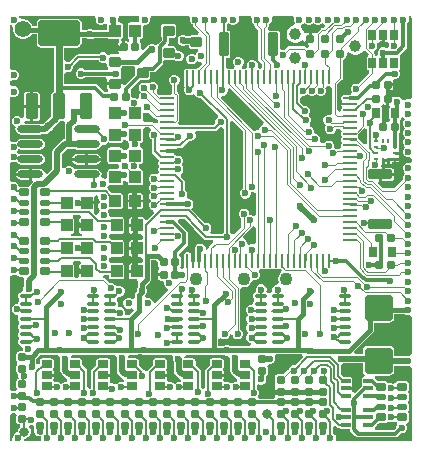
<source format=gtl>
G04*
G04 #@! TF.GenerationSoftware,Altium Limited,Altium Designer,23.8.1 (32)*
G04*
G04 Layer_Physical_Order=1*
G04 Layer_Color=255*
%FSLAX25Y25*%
%MOIN*%
G70*
G04*
G04 #@! TF.SameCoordinates,96FFBF24-88B0-4BCA-8D0C-C256A0C97E90*
G04*
G04*
G04 #@! TF.FilePolarity,Positive*
G04*
G01*
G75*
%ADD11C,0.00984*%
%ADD12C,0.00787*%
%ADD19C,0.01968*%
%ADD20R,0.03937X0.00787*%
%ADD21R,0.12992X0.00787*%
%ADD22R,0.06693X0.00787*%
%ADD23R,0.00787X0.12992*%
%ADD24R,0.07087X0.00787*%
%ADD25R,0.25197X0.00787*%
%ADD26R,0.00787X0.38189*%
%ADD27R,0.00787X0.09055*%
%ADD28R,0.00787X0.06299*%
%ADD29R,0.05512X0.00787*%
%ADD30R,0.00787X0.24803*%
%ADD31R,0.00787X0.27559*%
%ADD32R,0.00787X0.14567*%
%ADD33R,0.00787X0.01575*%
G04:AMPARAMS|DCode=34|XSize=25.59mil|YSize=31.5mil|CornerRadius=2.56mil|HoleSize=0mil|Usage=FLASHONLY|Rotation=270.000|XOffset=0mil|YOffset=0mil|HoleType=Round|Shape=RoundedRectangle|*
%AMROUNDEDRECTD34*
21,1,0.02559,0.02638,0,0,270.0*
21,1,0.02047,0.03150,0,0,270.0*
1,1,0.00512,-0.01319,-0.01024*
1,1,0.00512,-0.01319,0.01024*
1,1,0.00512,0.01319,0.01024*
1,1,0.00512,0.01319,-0.01024*
%
%ADD34ROUNDEDRECTD34*%
G04:AMPARAMS|DCode=35|XSize=17.72mil|YSize=31.5mil|CornerRadius=1.77mil|HoleSize=0mil|Usage=FLASHONLY|Rotation=270.000|XOffset=0mil|YOffset=0mil|HoleType=Round|Shape=RoundedRectangle|*
%AMROUNDEDRECTD35*
21,1,0.01772,0.02795,0,0,270.0*
21,1,0.01417,0.03150,0,0,270.0*
1,1,0.00354,-0.01398,-0.00709*
1,1,0.00354,-0.01398,0.00709*
1,1,0.00354,0.01398,0.00709*
1,1,0.00354,0.01398,-0.00709*
%
%ADD35ROUNDEDRECTD35*%
G04:AMPARAMS|DCode=36|XSize=12.6mil|YSize=31.5mil|CornerRadius=1.26mil|HoleSize=0mil|Usage=FLASHONLY|Rotation=90.000|XOffset=0mil|YOffset=0mil|HoleType=Round|Shape=RoundedRectangle|*
%AMROUNDEDRECTD36*
21,1,0.01260,0.02898,0,0,90.0*
21,1,0.01008,0.03150,0,0,90.0*
1,1,0.00252,0.01449,0.00504*
1,1,0.00252,0.01449,-0.00504*
1,1,0.00252,-0.01449,-0.00504*
1,1,0.00252,-0.01449,0.00504*
%
%ADD36ROUNDEDRECTD36*%
%ADD37O,0.04724X0.00866*%
%ADD38O,0.00866X0.04724*%
%ADD39O,0.04331X0.01181*%
G04:AMPARAMS|DCode=40|XSize=23.62mil|YSize=35.43mil|CornerRadius=2.36mil|HoleSize=0mil|Usage=FLASHONLY|Rotation=180.000|XOffset=0mil|YOffset=0mil|HoleType=Round|Shape=RoundedRectangle|*
%AMROUNDEDRECTD40*
21,1,0.02362,0.03071,0,0,180.0*
21,1,0.01890,0.03543,0,0,180.0*
1,1,0.00472,-0.00945,0.01535*
1,1,0.00472,0.00945,0.01535*
1,1,0.00472,0.00945,-0.01535*
1,1,0.00472,-0.00945,-0.01535*
%
%ADD40ROUNDEDRECTD40*%
G04:AMPARAMS|DCode=41|XSize=27.56mil|YSize=23.62mil|CornerRadius=2.36mil|HoleSize=0mil|Usage=FLASHONLY|Rotation=90.000|XOffset=0mil|YOffset=0mil|HoleType=Round|Shape=RoundedRectangle|*
%AMROUNDEDRECTD41*
21,1,0.02756,0.01890,0,0,90.0*
21,1,0.02284,0.02362,0,0,90.0*
1,1,0.00472,0.00945,0.01142*
1,1,0.00472,0.00945,-0.01142*
1,1,0.00472,-0.00945,-0.01142*
1,1,0.00472,-0.00945,0.01142*
%
%ADD41ROUNDEDRECTD41*%
%ADD42R,0.01378X0.00984*%
%ADD43R,0.00984X0.01378*%
G04:AMPARAMS|DCode=44|XSize=31.5mil|YSize=78.74mil|CornerRadius=3.15mil|HoleSize=0mil|Usage=FLASHONLY|Rotation=90.000|XOffset=0mil|YOffset=0mil|HoleType=Round|Shape=RoundedRectangle|*
%AMROUNDEDRECTD44*
21,1,0.03150,0.07244,0,0,90.0*
21,1,0.02520,0.07874,0,0,90.0*
1,1,0.00630,0.03622,0.01260*
1,1,0.00630,0.03622,-0.01260*
1,1,0.00630,-0.03622,-0.01260*
1,1,0.00630,-0.03622,0.01260*
%
%ADD44ROUNDEDRECTD44*%
G04:AMPARAMS|DCode=45|XSize=27.56mil|YSize=23.62mil|CornerRadius=2.36mil|HoleSize=0mil|Usage=FLASHONLY|Rotation=180.000|XOffset=0mil|YOffset=0mil|HoleType=Round|Shape=RoundedRectangle|*
%AMROUNDEDRECTD45*
21,1,0.02756,0.01890,0,0,180.0*
21,1,0.02284,0.02362,0,0,180.0*
1,1,0.00472,-0.01142,0.00945*
1,1,0.00472,0.01142,0.00945*
1,1,0.00472,0.01142,-0.00945*
1,1,0.00472,-0.01142,-0.00945*
%
%ADD45ROUNDEDRECTD45*%
G04:AMPARAMS|DCode=46|XSize=23.62mil|YSize=35.43mil|CornerRadius=2.36mil|HoleSize=0mil|Usage=FLASHONLY|Rotation=270.000|XOffset=0mil|YOffset=0mil|HoleType=Round|Shape=RoundedRectangle|*
%AMROUNDEDRECTD46*
21,1,0.02362,0.03071,0,0,270.0*
21,1,0.01890,0.03543,0,0,270.0*
1,1,0.00472,-0.01535,-0.00945*
1,1,0.00472,-0.01535,0.00945*
1,1,0.00472,0.01535,0.00945*
1,1,0.00472,0.01535,-0.00945*
%
%ADD46ROUNDEDRECTD46*%
G04:AMPARAMS|DCode=47|XSize=35.43mil|YSize=37.4mil|CornerRadius=3.54mil|HoleSize=0mil|Usage=FLASHONLY|Rotation=270.000|XOffset=0mil|YOffset=0mil|HoleType=Round|Shape=RoundedRectangle|*
%AMROUNDEDRECTD47*
21,1,0.03543,0.03032,0,0,270.0*
21,1,0.02835,0.03740,0,0,270.0*
1,1,0.00709,-0.01516,-0.01417*
1,1,0.00709,-0.01516,0.01417*
1,1,0.00709,0.01516,0.01417*
1,1,0.00709,0.01516,-0.01417*
%
%ADD47ROUNDEDRECTD47*%
%ADD48O,0.08661X0.02362*%
G04:AMPARAMS|DCode=49|XSize=43.31mil|YSize=84.65mil|CornerRadius=4.33mil|HoleSize=0mil|Usage=FLASHONLY|Rotation=0.000|XOffset=0mil|YOffset=0mil|HoleType=Round|Shape=RoundedRectangle|*
%AMROUNDEDRECTD49*
21,1,0.04331,0.07598,0,0,0.0*
21,1,0.03465,0.08465,0,0,0.0*
1,1,0.00866,0.01732,-0.03799*
1,1,0.00866,-0.01732,-0.03799*
1,1,0.00866,-0.01732,0.03799*
1,1,0.00866,0.01732,0.03799*
%
%ADD49ROUNDEDRECTD49*%
G04:AMPARAMS|DCode=50|XSize=39.37mil|YSize=43.31mil|CornerRadius=3.94mil|HoleSize=0mil|Usage=FLASHONLY|Rotation=0.000|XOffset=0mil|YOffset=0mil|HoleType=Round|Shape=RoundedRectangle|*
%AMROUNDEDRECTD50*
21,1,0.03937,0.03543,0,0,0.0*
21,1,0.03150,0.04331,0,0,0.0*
1,1,0.00787,0.01575,-0.01772*
1,1,0.00787,-0.01575,-0.01772*
1,1,0.00787,-0.01575,0.01772*
1,1,0.00787,0.01575,0.01772*
%
%ADD50ROUNDEDRECTD50*%
G04:AMPARAMS|DCode=51|XSize=27.56mil|YSize=36.22mil|CornerRadius=2.76mil|HoleSize=0mil|Usage=FLASHONLY|Rotation=0.000|XOffset=0mil|YOffset=0mil|HoleType=Round|Shape=RoundedRectangle|*
%AMROUNDEDRECTD51*
21,1,0.02756,0.03071,0,0,0.0*
21,1,0.02205,0.03622,0,0,0.0*
1,1,0.00551,0.01102,-0.01535*
1,1,0.00551,-0.01102,-0.01535*
1,1,0.00551,-0.01102,0.01535*
1,1,0.00551,0.01102,0.01535*
%
%ADD51ROUNDEDRECTD51*%
G04:AMPARAMS|DCode=52|XSize=31.5mil|YSize=78.74mil|CornerRadius=3.15mil|HoleSize=0mil|Usage=FLASHONLY|Rotation=0.000|XOffset=0mil|YOffset=0mil|HoleType=Round|Shape=RoundedRectangle|*
%AMROUNDEDRECTD52*
21,1,0.03150,0.07244,0,0,0.0*
21,1,0.02520,0.07874,0,0,0.0*
1,1,0.00630,0.01260,-0.03622*
1,1,0.00630,-0.01260,-0.03622*
1,1,0.00630,-0.01260,0.03622*
1,1,0.00630,0.01260,0.03622*
%
%ADD52ROUNDEDRECTD52*%
G04:AMPARAMS|DCode=53|XSize=35.43mil|YSize=37.4mil|CornerRadius=3.54mil|HoleSize=0mil|Usage=FLASHONLY|Rotation=270.000|XOffset=0mil|YOffset=0mil|HoleType=Round|Shape=RoundedRectangle|*
%AMROUNDEDRECTD53*
21,1,0.03543,0.03032,0,0,270.0*
21,1,0.02835,0.03740,0,0,270.0*
1,1,0.00709,-0.01516,-0.01417*
1,1,0.00709,-0.01516,0.01417*
1,1,0.00709,0.01516,0.01417*
1,1,0.00709,0.01516,-0.01417*
%
%ADD53ROUNDEDRECTD53*%
G04:AMPARAMS|DCode=54|XSize=137.8mil|YSize=84.65mil|CornerRadius=8.47mil|HoleSize=0mil|Usage=FLASHONLY|Rotation=0.000|XOffset=0mil|YOffset=0mil|HoleType=Round|Shape=RoundedRectangle|*
%AMROUNDEDRECTD54*
21,1,0.13780,0.06772,0,0,0.0*
21,1,0.12087,0.08465,0,0,0.0*
1,1,0.01693,0.06043,-0.03386*
1,1,0.01693,-0.06043,-0.03386*
1,1,0.01693,-0.06043,0.03386*
1,1,0.01693,0.06043,0.03386*
%
%ADD54ROUNDEDRECTD54*%
G04:AMPARAMS|DCode=55|XSize=43.31mil|YSize=84.65mil|CornerRadius=4.33mil|HoleSize=0mil|Usage=FLASHONLY|Rotation=0.000|XOffset=0mil|YOffset=0mil|HoleType=Round|Shape=RoundedRectangle|*
%AMROUNDEDRECTD55*
21,1,0.04331,0.07599,0,0,0.0*
21,1,0.03465,0.08465,0,0,0.0*
1,1,0.00866,0.01732,-0.03799*
1,1,0.00866,-0.01732,-0.03799*
1,1,0.00866,-0.01732,0.03799*
1,1,0.00866,0.01732,0.03799*
%
%ADD55ROUNDEDRECTD55*%
%ADD56C,0.03150*%
G04:AMPARAMS|DCode=57|XSize=86.61mil|YSize=90.55mil|CornerRadius=8.66mil|HoleSize=0mil|Usage=FLASHONLY|Rotation=90.000|XOffset=0mil|YOffset=0mil|HoleType=Round|Shape=RoundedRectangle|*
%AMROUNDEDRECTD57*
21,1,0.08661,0.07323,0,0,90.0*
21,1,0.06929,0.09055,0,0,90.0*
1,1,0.01732,0.03661,0.03465*
1,1,0.01732,0.03661,-0.03465*
1,1,0.01732,-0.03661,-0.03465*
1,1,0.01732,-0.03661,0.03465*
%
%ADD57ROUNDEDRECTD57*%
%ADD86C,0.03100*%
%ADD87C,0.00492*%
%ADD88C,0.01575*%
%ADD89C,0.01181*%
%ADD90C,0.01260*%
%ADD91C,0.02362*%
%ADD92C,0.02362*%
%ADD93C,0.04331*%
%ADD94C,0.03900*%
%ADD95C,0.05512*%
G36*
X80529Y140945D02*
X80512Y140904D01*
Y140199D01*
X80782Y139548D01*
X81280Y139049D01*
X81431Y138987D01*
Y138810D01*
X81495Y138484D01*
X81680Y138207D01*
X82674Y137213D01*
Y127398D01*
X82739Y127072D01*
X82924Y126795D01*
X83830Y125890D01*
Y124622D01*
X83162Y124185D01*
X83098Y124175D01*
X82607Y124851D01*
X82581Y125001D01*
Y125591D01*
X82311Y126242D01*
X81813Y126741D01*
X81162Y127011D01*
X80457D01*
X79806Y126741D01*
X79308Y126242D01*
X79038Y125591D01*
Y124984D01*
X78977Y124809D01*
X78481Y124174D01*
X78378Y124153D01*
X78098Y123966D01*
X77324Y124166D01*
X77289Y124257D01*
X77237Y124646D01*
X77255Y124947D01*
X77585Y125276D01*
X77854Y125927D01*
Y126632D01*
X77585Y127283D01*
X77086Y127781D01*
X76435Y128051D01*
X75730D01*
X75079Y127781D01*
X74581Y127283D01*
X74311Y126632D01*
Y125927D01*
X74581Y125276D01*
X74875Y124981D01*
X74872Y124907D01*
X74606Y124186D01*
X74441Y124153D01*
X74102Y123927D01*
X73610Y123927D01*
X73271Y124153D01*
X72872Y124233D01*
X72694Y124197D01*
X72074Y124554D01*
X71907Y124722D01*
Y127794D01*
X72519D01*
X72872Y127865D01*
X73172Y128065D01*
X73372Y128364D01*
X73442Y128718D01*
Y135962D01*
X73372Y136315D01*
X73172Y136615D01*
X72872Y136815D01*
X72519Y136885D01*
X72263D01*
Y139030D01*
X72882Y139457D01*
X73349Y139106D01*
X73406Y139049D01*
X74057Y138779D01*
X74762D01*
X75413Y139049D01*
X75911Y139548D01*
X76181Y140199D01*
Y140904D01*
X76164Y140945D01*
X76690Y141732D01*
X80003D01*
X80529Y140945D01*
D02*
G37*
G36*
X28560D02*
X28543Y140904D01*
Y140199D01*
X28813Y139548D01*
X29311Y139049D01*
X29963Y138779D01*
X30667D01*
X31319Y139049D01*
X31433Y139163D01*
X32374Y139146D01*
X32428Y139123D01*
X32528Y138858D01*
X32473Y138583D01*
Y137236D01*
X27654D01*
X27132Y137452D01*
X26427D01*
X25776Y137182D01*
X25679Y137085D01*
X23847D01*
Y139395D01*
X23735Y139956D01*
X23418Y140431D01*
X22943Y140749D01*
X22382Y140860D01*
X10295D01*
X9735Y140749D01*
X9259Y140431D01*
X8942Y139956D01*
X8830Y139395D01*
Y138413D01*
X7524D01*
X7449Y138693D01*
X7009Y139456D01*
X6385Y140079D01*
X5622Y140520D01*
X4771Y140748D01*
X3890D01*
X3740Y140708D01*
X3726Y140711D01*
X3636Y140945D01*
X4176Y141732D01*
X28034D01*
X28560Y140945D01*
D02*
G37*
G36*
X98546Y139106D02*
X98603Y139049D01*
X99254Y138779D01*
X99959D01*
X100610Y139049D01*
X100667Y139106D01*
X101181Y139493D01*
X101696Y139106D01*
X101752Y139049D01*
X102403Y138779D01*
X103108D01*
X103760Y139049D01*
X103816Y139106D01*
X104254Y139435D01*
X104749Y139129D01*
X104860Y138303D01*
X104385Y137784D01*
X104114D01*
X103788Y137718D01*
X103511Y137534D01*
X102153Y136176D01*
X101393Y136021D01*
X101201Y136061D01*
X100610Y136306D01*
Y134193D01*
X99626D01*
Y136306D01*
X98906Y136008D01*
X98840Y135942D01*
X98455Y136009D01*
X98013Y136228D01*
X97852Y136826D01*
X97466Y137495D01*
X96922Y138039D01*
X96911Y138111D01*
X97046Y138877D01*
X97460Y139049D01*
X97517Y139106D01*
X98032Y139493D01*
X98546Y139106D01*
D02*
G37*
G36*
X60057Y140945D02*
X60039Y140904D01*
Y140199D01*
X60309Y139548D01*
X60807Y139049D01*
X60958Y138987D01*
Y138646D01*
X61023Y138320D01*
X61208Y138043D01*
X63012Y136239D01*
X62686Y135452D01*
X60571D01*
X60202Y135378D01*
X59890Y135169D01*
X59869Y135138D01*
X58561D01*
X57978Y135379D01*
X57273D01*
X56622Y135110D01*
X56124Y134611D01*
X55854Y133960D01*
Y133255D01*
X56124Y132604D01*
X56622Y132106D01*
X57273Y131836D01*
X57978D01*
X58197Y131927D01*
X59607D01*
Y131653D01*
X59681Y131285D01*
X59890Y130972D01*
X60202Y130763D01*
X60571Y130690D01*
X62513D01*
X62669Y129903D01*
X62500Y129832D01*
X62001Y129334D01*
X61849Y128966D01*
X61540Y128904D01*
X60889Y129174D01*
X60184D01*
X59533Y128904D01*
X59035Y128406D01*
X58765Y127755D01*
Y127050D01*
X59035Y126399D01*
X59533Y125900D01*
X60184Y125631D01*
X60889D01*
X61540Y125900D01*
X62039Y126399D01*
X62191Y126767D01*
X62500Y126829D01*
X63151Y126559D01*
X63611D01*
X63994Y125829D01*
X62548Y124383D01*
X62495Y124303D01*
X62117Y124099D01*
X61566Y124082D01*
X61460Y124153D01*
X61061Y124233D01*
X60661Y124153D01*
X60323Y123927D01*
X59830Y123927D01*
X59492Y124153D01*
X59092Y124233D01*
X58693Y124153D01*
X58354Y123927D01*
X58128Y123588D01*
X58049Y123189D01*
Y119331D01*
X58104Y119053D01*
Y118358D01*
X58180Y117973D01*
X58209Y117930D01*
X57987Y117395D01*
Y116690D01*
X58257Y116039D01*
X58755Y115541D01*
X59407Y115271D01*
X60111D01*
X60763Y115541D01*
X60881Y115659D01*
X60897Y115662D01*
X61764Y115428D01*
X61884Y115138D01*
X62382Y114640D01*
X63033Y114370D01*
X63738D01*
X63738Y114370D01*
X69275Y108833D01*
X69167Y107936D01*
X68669Y107437D01*
X68399Y106786D01*
Y106081D01*
X68399Y106081D01*
X67807Y105490D01*
X56371D01*
X56045Y106277D01*
X56151Y106383D01*
X56336Y106659D01*
X56401Y106986D01*
Y115444D01*
X56336Y115770D01*
X56151Y116047D01*
X55616Y116582D01*
Y118782D01*
X55766Y118845D01*
X56265Y119343D01*
X56534Y119994D01*
Y120699D01*
X56265Y121350D01*
X55766Y121849D01*
X55115Y122118D01*
X54410D01*
X53759Y121849D01*
X53261Y121350D01*
X52991Y120699D01*
Y119994D01*
X53261Y119343D01*
X53759Y118845D01*
X53910Y118782D01*
Y116228D01*
X53915Y116201D01*
X53495Y115525D01*
X53354Y115414D01*
X50273D01*
X49874Y115334D01*
X49795Y115281D01*
X49104Y115972D01*
X49061Y117034D01*
X49330Y117685D01*
Y118389D01*
X49061Y119041D01*
X48562Y119539D01*
X47911Y119809D01*
X47206D01*
X46555Y119539D01*
X46479Y119462D01*
X45616Y119270D01*
X44964Y119540D01*
X44260D01*
X43608Y119270D01*
X43110Y118772D01*
X42840Y118121D01*
Y117416D01*
X43110Y116765D01*
X43596Y116279D01*
X43237Y115920D01*
X42967Y115269D01*
Y114632D01*
X42726Y114429D01*
X42600Y114359D01*
X42265Y114203D01*
X41646Y114459D01*
X40941D01*
X40435Y114797D01*
Y115838D01*
X40371Y116160D01*
X40188Y116434D01*
X40241Y117293D01*
X43389Y120441D01*
X45680D01*
X46049Y120515D01*
X46362Y120723D01*
X46570Y121036D01*
X46644Y121405D01*
Y122980D01*
X47806D01*
X47806Y122980D01*
X48267Y123072D01*
X48658Y123333D01*
X50733Y125408D01*
X50733Y125408D01*
X50994Y125799D01*
X51086Y126260D01*
Y126759D01*
X51319Y126950D01*
X54350D01*
X54719Y127023D01*
X54846Y127108D01*
X55095Y126859D01*
X55746Y126589D01*
X56451D01*
X57102Y126859D01*
X57600Y127357D01*
X57870Y128008D01*
Y128713D01*
X57600Y129364D01*
X57102Y129862D01*
X56451Y130132D01*
X55746D01*
X55546Y130266D01*
X55303Y130801D01*
X55240Y131117D01*
X55032Y131429D01*
X54719Y131638D01*
X54350Y131711D01*
X52895D01*
X52799Y131943D01*
X52658Y132499D01*
X52864Y132807D01*
X52956Y133268D01*
Y134430D01*
X54350D01*
X54719Y134504D01*
X55032Y134713D01*
X55240Y135025D01*
X55314Y135394D01*
Y138228D01*
X55240Y138597D01*
X55032Y138910D01*
X54719Y139118D01*
X54350Y139192D01*
X51319D01*
X50950Y139118D01*
X50638Y138910D01*
X50429Y138597D01*
X50355Y138228D01*
Y135394D01*
X50429Y135025D01*
X50547Y134848D01*
Y133766D01*
X49190Y132409D01*
X48346Y132140D01*
X47695Y132409D01*
X46990D01*
X46339Y132140D01*
X46122Y131922D01*
X45812Y131861D01*
X45357Y131556D01*
X44362Y130562D01*
X43575Y130888D01*
Y132553D01*
X43511Y132875D01*
X43328Y133149D01*
X43179Y133248D01*
X43223Y133797D01*
X43310Y134036D01*
X43319D01*
X43703Y134112D01*
X44029Y134330D01*
X44246Y134655D01*
X44323Y135039D01*
Y138052D01*
X44486Y138625D01*
X45087Y138779D01*
X45234D01*
X45885Y139049D01*
X46384Y139548D01*
X46654Y140199D01*
Y140904D01*
X46636Y140945D01*
X47163Y141732D01*
X59530D01*
X60057Y140945D01*
D02*
G37*
G36*
X124901Y133055D02*
X125354D01*
X125677Y133119D01*
X126281Y132778D01*
X126459Y132438D01*
X126378Y132242D01*
Y131537D01*
X125767Y131109D01*
X125405Y130980D01*
X124754Y131250D01*
X124049D01*
X123398Y130980D01*
X122900Y130482D01*
X122630Y129831D01*
Y129126D01*
X122689Y128982D01*
X122583Y128784D01*
X122544Y128742D01*
X122003Y128347D01*
X121522Y128610D01*
Y129175D01*
X121457Y129502D01*
X121670Y130384D01*
X121673Y130388D01*
X122171Y130886D01*
X122441Y131537D01*
Y132242D01*
X122363Y132431D01*
X122478Y132657D01*
X122527Y132706D01*
X123142Y133119D01*
X123465Y133055D01*
X123917D01*
Y135433D01*
X124901D01*
Y133055D01*
D02*
G37*
G36*
X43127Y140945D02*
X43110Y140904D01*
Y140199D01*
X42512Y139586D01*
X40170D01*
X39786Y139510D01*
X39460Y139292D01*
X39243Y138967D01*
X39166Y138583D01*
Y135039D01*
X39243Y134655D01*
X39460Y134330D01*
X39636Y134213D01*
X39797Y133594D01*
X39804Y133306D01*
X39629Y133149D01*
X39400D01*
X39377Y133158D01*
X39118Y133332D01*
X38795Y133396D01*
X38342D01*
Y131411D01*
X37850D01*
Y130919D01*
X36062D01*
Y130269D01*
X36126Y129947D01*
X36271Y129730D01*
X36205Y129438D01*
X35985Y128943D01*
X33397D01*
X33028Y128870D01*
X32891Y128778D01*
X32637Y128855D01*
X32138Y129353D01*
X31487Y129623D01*
X30782D01*
X30131Y129353D01*
X29705Y128926D01*
X22706D01*
X22322Y128850D01*
X21997Y128632D01*
X19794Y126430D01*
X19627Y126499D01*
X18922D01*
X18145Y127029D01*
Y131158D01*
X22382D01*
X22943Y131270D01*
X23418Y131588D01*
X23735Y132063D01*
X23847Y132624D01*
Y134275D01*
X25679D01*
X25776Y134178D01*
X26427Y133908D01*
X27132D01*
X27783Y134178D01*
X28031Y134426D01*
X32703D01*
X32767Y134330D01*
X33093Y134112D01*
X33477Y134036D01*
X36327D01*
X36414Y133797D01*
X36458Y133248D01*
X36309Y133149D01*
X36126Y132875D01*
X36062Y132553D01*
Y131903D01*
X37358D01*
Y133396D01*
X37247D01*
X37127Y133758D01*
X37116Y134183D01*
X37336Y134330D01*
X37554Y134655D01*
X37630Y135039D01*
Y138583D01*
X37554Y138967D01*
X37336Y139292D01*
X37010Y139510D01*
X36626Y139586D01*
X36433D01*
X36024Y140199D01*
Y140904D01*
X36007Y140945D01*
X36533Y141732D01*
X42601D01*
X43127Y140945D01*
D02*
G37*
G36*
X94702D02*
X94685Y140904D01*
Y140199D01*
X94955Y139548D01*
X95088Y139415D01*
X94762Y138627D01*
X94732D01*
X93986Y138427D01*
X93317Y138041D01*
X92770Y137495D01*
X92384Y136826D01*
X92184Y136079D01*
Y135307D01*
X92384Y134560D01*
X92770Y133891D01*
X93317Y133345D01*
X93986Y132959D01*
X94732Y132759D01*
X95504D01*
X96251Y132959D01*
X96920Y133345D01*
X97235Y133660D01*
X97287Y133668D01*
X98038Y133507D01*
X98103Y133463D01*
X98304Y132981D01*
X98906Y132378D01*
X99610Y132087D01*
X99653Y131693D01*
X99610Y131299D01*
X98909Y131009D01*
X98490Y131427D01*
X98213Y131612D01*
X97887Y131677D01*
X93087D01*
X92760Y131612D01*
X92484Y131427D01*
X91545Y130489D01*
X91395Y130551D01*
X90690D01*
X89977Y131108D01*
Y135962D01*
X89907Y136315D01*
X89707Y136615D01*
X89407Y136815D01*
X89054Y136885D01*
X86534D01*
X85937Y137526D01*
X85891Y137777D01*
X86036Y137922D01*
X86221Y138199D01*
X86286Y138525D01*
Y138987D01*
X86437Y139049D01*
X86935Y139548D01*
X87205Y140199D01*
Y140904D01*
X87188Y140945D01*
X87714Y141732D01*
X94176D01*
X94702Y140945D01*
D02*
G37*
G36*
X119515Y129124D02*
X119445Y128617D01*
X119317Y128242D01*
X119128Y128116D01*
X118946Y127842D01*
X118881Y127520D01*
Y124449D01*
X118946Y124126D01*
X119128Y123853D01*
X119402Y123670D01*
X119505Y123650D01*
X119671Y122897D01*
X119667Y122842D01*
X115956Y119131D01*
X115805Y119193D01*
X115100D01*
X114449Y118923D01*
X113951Y118425D01*
X113681Y117774D01*
Y117069D01*
X113951Y116418D01*
X114048Y116320D01*
X113722Y115533D01*
X113226D01*
X112765Y115441D01*
X112724Y115414D01*
X111297D01*
X110898Y115334D01*
X110559Y115108D01*
X110333Y114769D01*
X110253Y114370D01*
X110333Y113971D01*
X110559Y113632D01*
X110559Y113140D01*
X110395Y112894D01*
X113226D01*
Y111909D01*
X110395D01*
X110559Y111664D01*
X110559Y111171D01*
X110333Y110833D01*
X110253Y110433D01*
X110285Y110274D01*
X109852Y109640D01*
X109146Y110282D01*
Y118991D01*
X110721Y120567D01*
X110906Y120844D01*
X110971Y121170D01*
Y127229D01*
X111331Y127378D01*
X111933Y127980D01*
X112259Y128767D01*
Y129289D01*
X113046Y129615D01*
X113317Y129345D01*
X113986Y128959D01*
X114732Y128759D01*
X115505D01*
X116251Y128959D01*
X116920Y129345D01*
X117466Y129891D01*
X117541Y130021D01*
X117559Y130035D01*
X118511Y130127D01*
X119515Y129124D01*
D02*
G37*
G36*
X29633Y126848D02*
X30131Y126349D01*
X30782Y126079D01*
X31487D01*
X31646Y126145D01*
X32434Y125619D01*
Y125145D01*
X32507Y124776D01*
X32679Y124518D01*
X32616Y124235D01*
X32395Y123731D01*
X24935D01*
X24669Y123998D01*
X24018Y124267D01*
X23313D01*
X22662Y123998D01*
X22163Y123499D01*
X21894Y122848D01*
Y122143D01*
X22163Y121492D01*
X22662Y120994D01*
X23313Y120724D01*
X24018D01*
X24669Y120994D01*
X24998Y121323D01*
X31863D01*
X31995Y121229D01*
X32441Y120535D01*
X32433Y120499D01*
Y119574D01*
X34913D01*
Y118590D01*
X32433D01*
Y117665D01*
X32507Y117296D01*
X32650Y117081D01*
X32538Y116666D01*
X32372Y116369D01*
X31599Y116310D01*
X29257Y118652D01*
X28866Y118913D01*
X28405Y119005D01*
X28405Y119005D01*
X18145D01*
Y122425D01*
X18922Y122956D01*
X19627D01*
X20278Y123225D01*
X20777Y123724D01*
X21046Y124375D01*
Y124844D01*
X23122Y126919D01*
X29603D01*
X29633Y126848D01*
D02*
G37*
G36*
X1021Y138006D02*
X1025Y137992D01*
X984Y137842D01*
Y136961D01*
X1212Y136110D01*
X1653Y135347D01*
X2276Y134724D01*
X3039Y134283D01*
X3890Y134055D01*
X4771D01*
X5622Y134283D01*
X6385Y134724D01*
X7009Y135347D01*
X7156Y135603D01*
X8830D01*
Y132624D01*
X8942Y132063D01*
X9259Y131588D01*
X9735Y131270D01*
X10295Y131158D01*
X14532D01*
Y117407D01*
Y116428D01*
X14207Y116364D01*
X13868Y116137D01*
X13642Y115799D01*
X13563Y115399D01*
Y110473D01*
X13552Y110419D01*
X13552Y110419D01*
Y108064D01*
X12077Y106589D01*
X11676Y106423D01*
X11178Y105925D01*
X11087Y105706D01*
X11021Y105640D01*
X10473D01*
X9843Y105765D01*
X5215D01*
X4711Y106445D01*
X5152Y106837D01*
X5551Y106757D01*
X6791D01*
Y111108D01*
X4507D01*
Y108172D01*
X3720Y107846D01*
X3464Y108102D01*
X2813Y108371D01*
X2108D01*
X1457Y108102D01*
X959Y107603D01*
X787Y107190D01*
X0Y107346D01*
Y114255D01*
X787Y114781D01*
X829Y114764D01*
X1534D01*
X2185Y115033D01*
X2683Y115532D01*
X2953Y116183D01*
Y116888D01*
X2683Y117539D01*
X2185Y118037D01*
X1534Y118307D01*
X829D01*
X787Y118290D01*
X0Y118816D01*
Y119767D01*
X787Y120293D01*
X829Y120276D01*
X1534D01*
X2185Y120545D01*
X2683Y121044D01*
X2953Y121695D01*
Y122400D01*
X2683Y123051D01*
X2185Y123549D01*
X1534Y123819D01*
X829D01*
X787Y123802D01*
X0Y124328D01*
Y137556D01*
X787Y138096D01*
X1021Y138006D01*
D02*
G37*
G36*
X41340Y125004D02*
X41711Y124370D01*
X41685Y124239D01*
Y122144D01*
X38179Y118638D01*
X37392Y118964D01*
Y120499D01*
X37318Y120868D01*
X37110Y121180D01*
X36845Y121511D01*
X37067Y122083D01*
X37105Y122174D01*
Y122879D01*
X36862Y123465D01*
X36852Y123597D01*
X37053Y124426D01*
X37110Y124464D01*
X37318Y124776D01*
X37392Y125145D01*
Y125157D01*
X41179D01*
X41340Y125004D01*
D02*
G37*
G36*
X106336Y118287D02*
X106652Y118350D01*
X106813Y118315D01*
X107440Y117890D01*
Y109303D01*
X107166Y109017D01*
X106723Y108748D01*
X106577Y108808D01*
X105872D01*
X105221Y108539D01*
X104723Y108040D01*
X104453Y107389D01*
Y106684D01*
X104723Y106033D01*
X105221Y105535D01*
X105144Y104714D01*
X105007Y104382D01*
Y103678D01*
X105276Y103026D01*
X105775Y102528D01*
X106426Y102258D01*
X107131D01*
X107782Y102528D01*
X108280Y103026D01*
X108550Y103678D01*
Y104155D01*
X109923D01*
X110559Y103464D01*
Y103297D01*
X110333Y102958D01*
X110253Y102559D01*
X110333Y102160D01*
X110559Y101821D01*
X110559Y101329D01*
X110333Y100990D01*
X110253Y100591D01*
X110333Y100191D01*
X110559Y99853D01*
X110559Y99360D01*
X110333Y99021D01*
X110253Y98622D01*
X110327Y98252D01*
X110330Y98219D01*
X109892Y97465D01*
X108842D01*
X108713Y97439D01*
X108689Y97463D01*
X108614Y97495D01*
X107996Y98061D01*
Y98766D01*
X107727Y99417D01*
X107228Y99916D01*
X106577Y100185D01*
X105872D01*
X105221Y99916D01*
X104723Y99417D01*
X104707Y99379D01*
X103794D01*
X103268Y100166D01*
X103297Y100237D01*
Y100942D01*
X103027Y101593D01*
X102529Y102091D01*
X102024Y102301D01*
X101378Y102797D01*
Y103502D01*
X101108Y104153D01*
X100610Y104651D01*
X100065Y104877D01*
X99897Y105333D01*
X99841Y105709D01*
X100106Y105973D01*
X100375Y106625D01*
Y107329D01*
X100106Y107981D01*
X99607Y108479D01*
X99792Y109255D01*
X99972Y109689D01*
Y110394D01*
X99702Y111045D01*
X99203Y111544D01*
X98552Y111813D01*
X97847D01*
X97847Y111813D01*
X96673Y112988D01*
Y114513D01*
X97386Y115069D01*
X98091D01*
X98742Y115339D01*
X99209Y115806D01*
X99677Y115339D01*
X100328Y115069D01*
X101033D01*
X101684Y115339D01*
X102135Y115790D01*
X102585Y115339D01*
X103236Y115069D01*
X103941D01*
X104592Y115339D01*
X105091Y115838D01*
X105360Y116489D01*
Y117193D01*
X105143Y117719D01*
X105156Y117738D01*
X105192Y117918D01*
X105725Y118277D01*
X105848Y118329D01*
X106008Y118352D01*
X106336Y118287D01*
D02*
G37*
G36*
X133858Y141026D02*
Y114485D01*
X133071Y113959D01*
X133030Y113976D01*
X132325D01*
X131674Y113707D01*
X131605Y113638D01*
X130704Y113851D01*
X130607Y114084D01*
X130109Y114583D01*
X129458Y114853D01*
X128753D01*
X128435Y114721D01*
X127647Y115157D01*
Y115315D01*
X127583Y115638D01*
X127401Y115911D01*
X127127Y116094D01*
X126804Y116158D01*
Y116913D01*
X127127Y116977D01*
X127401Y117160D01*
X127583Y117433D01*
X127647Y117756D01*
Y118405D01*
X125859D01*
Y119390D01*
X127647D01*
Y120039D01*
X127647Y120040D01*
X127659Y120084D01*
X128135Y120701D01*
X128244Y120768D01*
X128547D01*
X129198Y121037D01*
X129697Y121536D01*
X129966Y122187D01*
Y122892D01*
X129697Y123543D01*
X129663Y123576D01*
X129691Y123853D01*
X129873Y124126D01*
X129938Y124449D01*
Y127520D01*
X129873Y127842D01*
X129848Y128475D01*
X130012Y128848D01*
X131954Y130789D01*
X131954Y130789D01*
X132215Y131180D01*
X132307Y131641D01*
X132307Y131641D01*
Y139250D01*
X132604Y139548D01*
X132874Y140199D01*
Y140502D01*
X133549Y141090D01*
X133601Y141104D01*
X133858Y141026D01*
D02*
G37*
G36*
X126352Y112031D02*
X126402Y111961D01*
X126587Y111401D01*
X126500Y111271D01*
X126433Y110933D01*
Y107862D01*
X126500Y107524D01*
X126692Y107238D01*
X126231Y106618D01*
X125997Y106364D01*
X125940D01*
X125918Y106373D01*
X125658Y106547D01*
X125335Y106611D01*
X124302D01*
X124145Y106827D01*
X123953Y107398D01*
X124038Y107524D01*
X124105Y107862D01*
Y110933D01*
X124038Y111271D01*
X123846Y111557D01*
X123803Y111788D01*
X124261Y112435D01*
X124310D01*
X124332Y112426D01*
X124592Y112253D01*
X124915Y112188D01*
X125367D01*
Y114173D01*
X126352D01*
Y112031D01*
D02*
G37*
G36*
X47946Y107820D02*
X48223Y107635D01*
X48549Y107570D01*
X48813D01*
X49161Y107097D01*
X49287Y106783D01*
X49230Y106496D01*
X49309Y106097D01*
X49255Y106024D01*
X48213Y105952D01*
X48056Y106109D01*
X47779Y106294D01*
X47453Y106359D01*
X44634D01*
X44241Y107147D01*
X44246Y107155D01*
X44323Y107539D01*
Y109091D01*
X45110Y109617D01*
X45264Y109553D01*
X45969D01*
X46142Y109625D01*
X47946Y107820D01*
D02*
G37*
G36*
X84499Y106456D02*
X84501Y106239D01*
X84269Y105573D01*
X83854Y105401D01*
X83356Y104903D01*
X83086Y104251D01*
Y103642D01*
X82423D01*
X81772Y103372D01*
X81290Y103479D01*
X70371Y114398D01*
X70730Y115153D01*
X71156D01*
X71807Y115422D01*
X72305Y115921D01*
X72575Y116572D01*
Y117266D01*
X72606Y117296D01*
X73250Y117705D01*
X84499Y106456D01*
D02*
G37*
G36*
X18214Y106401D02*
X18370Y106014D01*
X18301Y105910D01*
X18178Y105296D01*
X18178Y105296D01*
Y100676D01*
X17693Y100580D01*
X17172Y100231D01*
X17172Y100231D01*
X14613Y97672D01*
X14265Y97151D01*
X14142Y96537D01*
X14142Y96536D01*
Y90720D01*
X12393Y88971D01*
X11586Y89277D01*
X11512Y89650D01*
X11120Y90236D01*
X10534Y90628D01*
X9843Y90765D01*
X7186D01*
Y88959D01*
Y87132D01*
X7503Y86365D01*
X6849Y85711D01*
X6501Y85190D01*
X6043Y84859D01*
X3406D01*
X2984Y84989D01*
X2757Y85472D01*
X2683Y85649D01*
X2185Y86148D01*
X1534Y86417D01*
X829D01*
X787Y86400D01*
X0Y86926D01*
Y92601D01*
X787Y93127D01*
X829Y93110D01*
X1534D01*
X1883Y93255D01*
X2266Y92681D01*
X2853Y92290D01*
X3544Y92153D01*
X9843D01*
X10534Y92290D01*
X11120Y92681D01*
X11512Y93268D01*
X11649Y93959D01*
X11512Y94650D01*
X11120Y95236D01*
X10534Y95628D01*
X9843Y95765D01*
X3544D01*
X2853Y95628D01*
X2781Y95649D01*
X2683Y95885D01*
X2626Y95942D01*
X2239Y96457D01*
X2626Y96971D01*
X2683Y97028D01*
X2783Y97269D01*
X2853Y97290D01*
X3544Y97153D01*
X9843D01*
X10534Y97290D01*
X11120Y97681D01*
X11512Y98268D01*
X11649Y98959D01*
X11512Y99650D01*
X11120Y100236D01*
X10534Y100628D01*
X9843Y100765D01*
X3544D01*
X2852Y100628D01*
X2266Y100236D01*
X1881Y99659D01*
X1534Y99803D01*
X829D01*
X787Y99786D01*
X0Y100312D01*
Y105853D01*
X787Y106010D01*
X959Y105596D01*
X1457Y105098D01*
X1780Y104964D01*
X1875Y104650D01*
X1737Y103959D01*
X1875Y103268D01*
X2266Y102682D01*
X2853Y102290D01*
X3544Y102153D01*
X9843D01*
X10534Y102290D01*
X10741Y102428D01*
X11686D01*
X11686Y102428D01*
X12300Y102551D01*
X12821Y102899D01*
X13101Y103178D01*
X13683Y103419D01*
X14182Y103918D01*
X14347Y104318D01*
X16293Y106264D01*
X16623Y106757D01*
X17920D01*
X18214Y106401D01*
D02*
G37*
G36*
X69818Y104662D02*
X70523D01*
X71261Y104116D01*
Y69586D01*
X71261Y69586D01*
X70763Y69088D01*
X70763Y69088D01*
X66945D01*
X66619Y69875D01*
X66827Y70084D01*
X67097Y70735D01*
Y71439D01*
X66827Y72091D01*
X66329Y72589D01*
X65678Y72859D01*
X64973D01*
X64973Y72859D01*
X60329Y77503D01*
X60819Y77994D01*
X61089Y78645D01*
Y79349D01*
X60819Y80001D01*
X60321Y80499D01*
X59670Y80769D01*
X59375D01*
X59302Y80828D01*
X58903Y81531D01*
X59056Y81899D01*
Y82604D01*
X58786Y83255D01*
X58287Y83753D01*
X58287Y83754D01*
Y86417D01*
X58211Y86801D01*
X57993Y87127D01*
X56905Y88215D01*
X57009Y89110D01*
X57507Y89608D01*
X57777Y90259D01*
Y90964D01*
X57507Y91615D01*
X57020Y92102D01*
X57378Y92459D01*
X57648Y93111D01*
Y93815D01*
X57378Y94467D01*
X56880Y94965D01*
X56228Y95235D01*
X55579D01*
X55466Y95286D01*
X54870Y95816D01*
Y95916D01*
X55034Y96161D01*
X52202D01*
Y97146D01*
X55362D01*
X55540Y97443D01*
X55693Y97577D01*
X56686D01*
X57070Y97653D01*
X57396Y97871D01*
X59588Y100063D01*
X59747Y99997D01*
X60452D01*
X61103Y100267D01*
X61601Y100765D01*
X61871Y101416D01*
Y102121D01*
X61633Y102695D01*
X61768Y103066D01*
X62004Y103483D01*
X68223D01*
X68607Y103559D01*
X68932Y103777D01*
X69818Y104662D01*
X69818Y104662D01*
D02*
G37*
G36*
X39243Y100068D02*
X39460Y99743D01*
X39786Y99525D01*
X39792Y99512D01*
X39716Y99329D01*
Y98624D01*
X39786Y97838D01*
X39460Y97619D01*
X39243Y97293D01*
X38455Y96948D01*
X37750D01*
X37554Y97293D01*
X37336Y97619D01*
X37010Y97836D01*
X36626Y97913D01*
X33477D01*
X33093Y97836D01*
X32767Y97619D01*
X32550Y97293D01*
X32473Y96909D01*
Y93366D01*
X32550Y92982D01*
X32767Y92656D01*
X33093Y92439D01*
X33477Y92362D01*
X35780D01*
X36428Y92044D01*
X36458Y91287D01*
X35836Y90826D01*
X33477D01*
X33093Y90750D01*
X32767Y90532D01*
X32550Y90207D01*
X32473Y89823D01*
Y87878D01*
X32339Y87738D01*
X31686Y87417D01*
X31283Y87584D01*
X30900D01*
X30458Y88200D01*
X30423Y88288D01*
X30418Y88311D01*
X30547Y88959D01*
X30409Y89650D01*
X30018Y90236D01*
X29432Y90628D01*
X28741Y90765D01*
X22441D01*
X21750Y90628D01*
X21308Y90762D01*
X21181Y91069D01*
X20683Y91567D01*
X20031Y91837D01*
X19327D01*
X18676Y91567D01*
X18177Y91069D01*
X18141Y90981D01*
X17354Y91138D01*
Y95872D01*
X18956Y97474D01*
X19136Y97400D01*
X19573D01*
X19807Y97353D01*
X19807Y97353D01*
X21655D01*
X21750Y97290D01*
X22441Y97153D01*
X28741D01*
X29432Y97290D01*
X30018Y97681D01*
X30409Y98268D01*
X30901Y98834D01*
X31606Y98834D01*
X32257Y99103D01*
X32755Y99602D01*
X32909Y99648D01*
X33093Y99525D01*
X33477Y99449D01*
X36626D01*
X37010Y99525D01*
X37336Y99743D01*
X37554Y100068D01*
X37717Y100419D01*
X38478Y100479D01*
X39243Y100068D01*
D02*
G37*
G36*
X118598Y104128D02*
X118878Y103943D01*
Y99231D01*
X118151Y98930D01*
X116127Y100954D01*
X116120Y100990D01*
X115893Y101329D01*
X115893Y101821D01*
X116120Y102160D01*
X116148Y102304D01*
X118091Y104247D01*
X118598Y104128D01*
D02*
G37*
G36*
X131561Y107404D02*
X131232Y106966D01*
X131175Y106909D01*
X130905Y106258D01*
Y105553D01*
X131175Y104902D01*
X131232Y104845D01*
X131619Y104331D01*
X131232Y103816D01*
X131175Y103759D01*
X130905Y103108D01*
Y102403D01*
X131175Y101752D01*
X131232Y101696D01*
X131619Y101181D01*
X131232Y100667D01*
X131175Y100610D01*
X130905Y99959D01*
Y99254D01*
X131175Y98603D01*
X131232Y98546D01*
X131619Y98032D01*
X131232Y97517D01*
X131175Y97460D01*
X130905Y96809D01*
Y96104D01*
X131175Y95453D01*
X131674Y94955D01*
X132325Y94685D01*
X133030D01*
X133071Y94702D01*
X133858Y94176D01*
Y93226D01*
X133071Y92699D01*
X133030Y92716D01*
X132325D01*
X131674Y92447D01*
X131175Y91948D01*
X130905Y91297D01*
Y90592D01*
X131175Y89941D01*
X131232Y89885D01*
X131619Y89370D01*
X131232Y88856D01*
X131175Y88799D01*
X130905Y88148D01*
Y87443D01*
X130968Y87292D01*
X127993Y84318D01*
X124285D01*
X122537Y86066D01*
X122838Y86793D01*
X122919D01*
Y88976D01*
X123411D01*
Y89468D01*
X127957D01*
Y90236D01*
X127886Y90589D01*
X127686Y90889D01*
X127387Y91089D01*
X127033Y91159D01*
X124145D01*
X123676Y91759D01*
X123873Y92547D01*
X125659D01*
Y93826D01*
X126643D01*
Y92547D01*
X127234D01*
Y92940D01*
X127824D01*
Y94023D01*
X128316D01*
Y94515D01*
X129596D01*
Y95499D01*
X128316D01*
Y96484D01*
X129596D01*
Y96877D01*
Y101011D01*
X129526D01*
Y102692D01*
X129595Y102706D01*
X129868Y102889D01*
X130051Y103162D01*
X130115Y103484D01*
Y105768D01*
X130051Y106091D01*
X129938Y106259D01*
X129910Y106540D01*
X130062Y107182D01*
X130145Y107238D01*
X130337Y107524D01*
X130404Y107862D01*
X131098Y108033D01*
X131125Y108033D01*
X131561Y107404D01*
D02*
G37*
G36*
X47139Y103882D02*
X47108Y103635D01*
X46610Y103137D01*
X46340Y102486D01*
Y101781D01*
X46610Y101130D01*
X47108Y100631D01*
X47168Y100606D01*
Y96745D01*
X47245Y96361D01*
X47462Y96035D01*
X49272Y94226D01*
X49535Y93454D01*
X49309Y93116D01*
X49230Y92716D01*
X49309Y92317D01*
X49535Y91979D01*
X49535Y91486D01*
X49309Y91147D01*
X49230Y90748D01*
X49309Y90349D01*
X49535Y90010D01*
X49535Y89870D01*
X48881Y89196D01*
X48513Y89210D01*
X48483Y89223D01*
X47778D01*
X47127Y88953D01*
X46628Y88455D01*
X46359Y87803D01*
Y87099D01*
X46620Y86468D01*
X46628Y86447D01*
X46630Y86446D01*
X47126Y85948D01*
X46630Y85450D01*
X46628Y85448D01*
X46620Y85427D01*
X46359Y84797D01*
Y84092D01*
X46628Y83441D01*
X47052Y83018D01*
X46628Y82594D01*
X46359Y81943D01*
Y81238D01*
X46628Y80587D01*
X47052Y80163D01*
X46628Y79740D01*
X46359Y79089D01*
Y78384D01*
X46628Y77733D01*
X47127Y77234D01*
X47778Y76965D01*
X47778D01*
X48104Y76177D01*
X45525Y73598D01*
X44750Y73937D01*
X44724Y74070D01*
X44507Y74395D01*
X44181Y74613D01*
X43797Y74689D01*
X42714D01*
Y71914D01*
Y69139D01*
X43797D01*
X44368Y68466D01*
Y67751D01*
X43797Y67078D01*
X42714D01*
Y64303D01*
Y61527D01*
X43797D01*
X44270Y60819D01*
Y60175D01*
X43797Y59466D01*
X42714D01*
Y56691D01*
X42222D01*
Y56199D01*
X39644D01*
Y54919D01*
X39720Y54535D01*
X39938Y54210D01*
X40263Y53992D01*
X40647Y53916D01*
X42372D01*
X42752Y53128D01*
X42649Y52974D01*
X42542Y52436D01*
Y51101D01*
X42445Y51004D01*
X42175Y50352D01*
Y50002D01*
X41920Y49747D01*
X41615Y49291D01*
X41508Y48753D01*
Y47618D01*
X40721Y47291D01*
X40504Y47508D01*
X39853Y47778D01*
X39149D01*
X38497Y47508D01*
X37999Y47010D01*
X37729Y46358D01*
Y45654D01*
X37999Y45003D01*
X38497Y44504D01*
X39149Y44234D01*
X39853D01*
X40280Y44411D01*
X40960Y44159D01*
X41138Y44024D01*
X41194Y43673D01*
X39529Y42008D01*
X38610Y42052D01*
X38288Y42463D01*
Y43167D01*
X38018Y43819D01*
X37519Y44317D01*
X36868Y44587D01*
X36355D01*
X35988Y45060D01*
X35894Y45314D01*
X35955Y45405D01*
X36047Y45866D01*
X35955Y46327D01*
X35703Y46705D01*
X35694Y46718D01*
Y47536D01*
X36120Y48184D01*
X36735D01*
X37386Y48454D01*
X37885Y48952D01*
X38155Y49604D01*
Y50308D01*
X37885Y50959D01*
X37386Y51458D01*
X36735Y51728D01*
X36030D01*
X35992Y51712D01*
X35087Y51910D01*
X34588Y52409D01*
X33937Y52678D01*
X33232D01*
X33121Y52632D01*
X31509Y54245D01*
X31232Y54430D01*
X31097Y54457D01*
X31174Y55244D01*
X32951D01*
Y54919D01*
X33027Y54535D01*
X33245Y54210D01*
X33570Y53992D01*
X33955Y53916D01*
X37104D01*
X37488Y53992D01*
X37814Y54210D01*
X38031Y54535D01*
X38108Y54919D01*
Y58463D01*
X38031Y58847D01*
X37814Y59172D01*
X37488Y59390D01*
X37104Y59466D01*
X33955D01*
X33679Y59411D01*
X32910Y59800D01*
X32845Y60198D01*
X33115Y60849D01*
Y60961D01*
X33208Y61093D01*
X33902Y61538D01*
X33955Y61527D01*
X37104D01*
X37488Y61604D01*
X37814Y61821D01*
X38031Y62147D01*
X38108Y62531D01*
Y66074D01*
X38031Y66458D01*
X37814Y66784D01*
X37488Y67001D01*
X37104Y67078D01*
X34173D01*
X34139Y67112D01*
X33813Y67330D01*
X33461Y67400D01*
X33426Y67411D01*
X32927Y68169D01*
Y68698D01*
X33432Y69104D01*
X33644Y69201D01*
X33955Y69139D01*
X37104D01*
X37488Y69215D01*
X37814Y69433D01*
X38031Y69758D01*
X38108Y70142D01*
Y73686D01*
X38031Y74070D01*
X37814Y74395D01*
X37488Y74613D01*
X37104Y74689D01*
X33955D01*
X33570Y74613D01*
X32985Y75079D01*
X32928Y75187D01*
Y75892D01*
X32658Y76543D01*
X32619Y76582D01*
Y76729D01*
X33049Y77379D01*
X33093Y77376D01*
X33477Y77299D01*
X36626D01*
X37010Y77376D01*
X37336Y77593D01*
X37554Y77919D01*
X37630Y78303D01*
Y81846D01*
X37554Y82230D01*
X37336Y82556D01*
X37010Y82773D01*
X36626Y82850D01*
X33933D01*
X32760Y84023D01*
X32709Y84095D01*
X32472Y84706D01*
X32502Y84872D01*
X33138Y85343D01*
X33477Y85276D01*
X36626D01*
X37010Y85352D01*
X37336Y85570D01*
X37554Y85895D01*
X37630Y86279D01*
Y86322D01*
X37680Y86737D01*
X38472Y86898D01*
X39166Y86404D01*
Y86279D01*
X39243Y85895D01*
X39460Y85570D01*
X39786Y85352D01*
X40170Y85276D01*
X43319D01*
X43703Y85352D01*
X44029Y85570D01*
X44246Y85895D01*
X44323Y86279D01*
Y89823D01*
X44246Y90207D01*
X44029Y90532D01*
X43703Y90750D01*
X43544Y90781D01*
X43064Y91406D01*
X43018Y91510D01*
X43094Y92269D01*
X43703Y92439D01*
X44029Y92656D01*
X44246Y92982D01*
X44323Y93366D01*
Y96909D01*
X44246Y97293D01*
X44029Y97619D01*
X43717Y97827D01*
X43703Y97836D01*
X43272Y98601D01*
X43346Y99367D01*
X43703Y99525D01*
X44029Y99743D01*
X44246Y100068D01*
X44323Y100452D01*
Y103996D01*
X44939Y104653D01*
X46451D01*
X47139Y103882D01*
D02*
G37*
G36*
X29176Y81902D02*
X29384Y81637D01*
Y80932D01*
X29654Y80281D01*
X30086Y79848D01*
X29654Y79416D01*
X29384Y78765D01*
Y78060D01*
X29654Y77409D01*
X30086Y76976D01*
X29654Y76543D01*
X29384Y75892D01*
X28597Y75569D01*
X27969Y76197D01*
X27820Y77044D01*
X28038Y77370D01*
X28114Y77754D01*
Y79033D01*
X25536D01*
Y80018D01*
X28114D01*
Y81244D01*
X28186Y81374D01*
X28696Y81921D01*
X29176Y81902D01*
D02*
G37*
G36*
X77607Y103302D02*
Y84160D01*
X77457Y84098D01*
X76958Y83599D01*
X76688Y82948D01*
Y82243D01*
X76958Y81592D01*
X77457Y81094D01*
X78108Y80824D01*
X78812D01*
X79464Y81094D01*
X79962Y81592D01*
X80232Y82243D01*
Y82391D01*
X80313Y82967D01*
X80959Y83119D01*
X81039D01*
X81074Y83133D01*
X81861Y82607D01*
Y75301D01*
X81074Y74975D01*
X80962Y75087D01*
X80311Y75357D01*
X79809D01*
X79767Y75419D01*
Y76124D01*
X79498Y76775D01*
X78999Y77273D01*
X78348Y77543D01*
X77643D01*
X76992Y77273D01*
X76494Y76775D01*
X76224Y76124D01*
Y75419D01*
X76494Y74768D01*
X76992Y74269D01*
X77143Y74207D01*
Y71432D01*
X74672Y68961D01*
X73767Y69088D01*
X73269Y69586D01*
X73269Y69586D01*
Y106527D01*
X74056Y106853D01*
X77607Y103302D01*
D02*
G37*
G36*
X23549Y74646D02*
X23539Y74587D01*
X23252Y74395D01*
X23034Y74070D01*
X22958Y73686D01*
Y72406D01*
X25536D01*
Y71422D01*
X22958D01*
Y70142D01*
X23034Y69758D01*
X23252Y69433D01*
X23577Y69215D01*
X23961Y69139D01*
X23947Y68357D01*
X20432D01*
X20418Y69139D01*
X20802Y69215D01*
X21127Y69433D01*
X21345Y69758D01*
X21421Y70142D01*
Y73686D01*
X21345Y74070D01*
X21127Y74395D01*
X20841Y74587D01*
X20830Y74646D01*
X21133Y75374D01*
X23246D01*
X23549Y74646D01*
D02*
G37*
G36*
X81458Y71597D02*
X81861Y71234D01*
Y66157D01*
X81147Y65600D01*
X80443D01*
X79791Y65331D01*
X79664Y65204D01*
X79507Y65245D01*
X78937Y65590D01*
Y66100D01*
X78667Y66752D01*
X78169Y67250D01*
X77964Y67335D01*
X77763Y68247D01*
X80562Y71046D01*
X80747Y71323D01*
X80775Y71466D01*
X81074Y71705D01*
X81458Y71597D01*
D02*
G37*
G36*
X61198Y70913D02*
X61279Y70792D01*
X64696Y67374D01*
X65022Y67157D01*
X65406Y67081D01*
X67447D01*
X67572Y66908D01*
X67744Y66293D01*
X66363Y64912D01*
X66178Y64635D01*
X66126Y64372D01*
X66090Y64288D01*
X65681Y63911D01*
X65326Y63811D01*
X65297Y63834D01*
X65195Y63938D01*
Y64469D01*
X64925Y65120D01*
X64426Y65619D01*
X63775Y65888D01*
X63070D01*
X62419Y65619D01*
X61921Y65120D01*
X61651Y64469D01*
Y63877D01*
X61316Y63449D01*
X61065Y63213D01*
X61031Y63203D01*
X60661Y63130D01*
X60323Y62903D01*
X59830Y62903D01*
X59492Y63130D01*
X59092Y63209D01*
X58693Y63130D01*
X58354Y62903D01*
X58128Y62565D01*
X58049Y62165D01*
Y58307D01*
X58128Y57908D01*
X57899Y57617D01*
X57047Y57536D01*
X56657Y58003D01*
X56659Y58090D01*
X56679Y58132D01*
X56842Y58376D01*
X56906Y58699D01*
Y60982D01*
X56842Y61305D01*
X56659Y61578D01*
X56469Y61706D01*
X56413Y62283D01*
X56426Y62536D01*
X58999Y65109D01*
X59260Y65500D01*
X59352Y65961D01*
Y69258D01*
X59260Y69719D01*
X58999Y70109D01*
X55941Y73168D01*
X56267Y73955D01*
X58156D01*
X61198Y70913D01*
D02*
G37*
G36*
X87882Y57569D02*
X88220Y57343D01*
X88620Y57263D01*
X89019Y57343D01*
X89358Y57569D01*
X89850Y57569D01*
X90189Y57343D01*
X90385Y57304D01*
X90557Y57132D01*
X90455Y56351D01*
X90434Y56339D01*
X89921Y55826D01*
X89558Y55198D01*
X89370Y54497D01*
Y53771D01*
X89558Y53070D01*
X89606Y52987D01*
X89132Y52232D01*
X88823D01*
X88172Y51963D01*
X87674Y51464D01*
X87404Y50813D01*
Y50108D01*
X87138Y49538D01*
X86747Y49277D01*
X86088D01*
X85697Y49538D01*
X85445Y50010D01*
X85501Y50146D01*
Y50850D01*
X85231Y51502D01*
X84733Y52000D01*
X84082Y52270D01*
X83377D01*
X82726Y52000D01*
X82227Y51502D01*
X81958Y50850D01*
Y50146D01*
X81626Y49538D01*
X81235Y49277D01*
X80974Y48886D01*
X80882Y48425D01*
X80974Y47964D01*
X81226Y47587D01*
X81235Y47573D01*
X81235Y46718D01*
X81226Y46705D01*
X80974Y46327D01*
X80940Y46157D01*
X80876Y45862D01*
X80166Y45430D01*
X80077D01*
X79426Y45160D01*
X78927Y44662D01*
X78658Y44010D01*
Y43306D01*
X78927Y42654D01*
X79411Y42171D01*
X78992Y41752D01*
X78722Y41100D01*
Y40396D01*
X78992Y39744D01*
X79465Y39272D01*
X78992Y38799D01*
X78722Y38148D01*
Y37443D01*
X78992Y36792D01*
X79130Y36653D01*
X79407Y36139D01*
X79130Y35625D01*
X78992Y35486D01*
X78722Y34835D01*
Y34130D01*
X78992Y33479D01*
X79490Y32981D01*
X80141Y32711D01*
X80268D01*
X80398Y32507D01*
X79965Y31720D01*
X73524D01*
X73474Y31770D01*
X72823Y32039D01*
X72118D01*
X71467Y31770D01*
X71370Y31673D01*
X69410D01*
Y34194D01*
X70197Y34477D01*
X70495Y34179D01*
X71147Y33909D01*
X71851D01*
X72502Y34179D01*
X73001Y34677D01*
X73271Y35328D01*
Y35582D01*
X73334Y35630D01*
X74035Y35365D01*
X74152Y35259D01*
X74391Y34681D01*
X74889Y34183D01*
X75541Y33913D01*
X76245D01*
X76896Y34183D01*
X77395Y34681D01*
X77665Y35332D01*
Y36037D01*
X77395Y36688D01*
X76896Y37187D01*
X76788Y37231D01*
Y50767D01*
X77251Y51251D01*
X77517Y51387D01*
X77551Y51378D01*
X78276D01*
X78977Y51566D01*
X79606Y51929D01*
X80119Y52442D01*
X80481Y53070D01*
X80504Y53153D01*
X81144Y53740D01*
X81849D01*
X82500Y54010D01*
X82998Y54508D01*
X83268Y55159D01*
Y55864D01*
X82998Y56515D01*
X82997Y56517D01*
X83069Y57026D01*
X83216Y57411D01*
X83452Y57569D01*
X83945Y57569D01*
X84283Y57343D01*
X84683Y57263D01*
X85082Y57343D01*
X85421Y57569D01*
X85913Y57569D01*
X86252Y57343D01*
X86651Y57263D01*
X87051Y57343D01*
X87389Y57569D01*
X87882Y57569D01*
D02*
G37*
G36*
X2795Y55158D02*
X3075Y54970D01*
X3405Y54905D01*
X4347D01*
X4786Y54228D01*
X4800Y54117D01*
X4691Y53571D01*
X4691Y53571D01*
Y51643D01*
X4450Y51060D01*
Y50356D01*
X3898Y49629D01*
X3740D01*
X3279Y49538D01*
X2889Y49277D01*
X2628Y48886D01*
X2536Y48425D01*
X2628Y47964D01*
X2880Y47587D01*
X2889Y47573D01*
Y46718D01*
X2880Y46705D01*
X2628Y46327D01*
X2536Y45866D01*
X2457Y45770D01*
X2108D01*
X1457Y45501D01*
X959Y45002D01*
X787Y44589D01*
X0Y44745D01*
Y54806D01*
X787Y55332D01*
X829Y55315D01*
X1534D01*
X1807Y55428D01*
X2399Y55435D01*
X2795Y55158D01*
D02*
G37*
G36*
X23545Y59420D02*
X23536Y59362D01*
X23252Y59172D01*
X23034Y58847D01*
X22958Y58463D01*
Y57183D01*
X25536D01*
Y56199D01*
X22958D01*
Y54919D01*
X22239Y54495D01*
X22140D01*
X21421Y54919D01*
Y58463D01*
X21345Y58847D01*
X21127Y59172D01*
X20843Y59362D01*
X20834Y59420D01*
X21172Y60149D01*
X23207D01*
X23545Y59420D01*
D02*
G37*
G36*
X49394Y59642D02*
Y58699D01*
X49458Y58376D01*
X49609Y58150D01*
X49640Y58076D01*
X49621Y57296D01*
X49602Y57254D01*
X49438Y57010D01*
X49374Y56687D01*
Y56037D01*
X51162D01*
Y55053D01*
X49374D01*
Y54404D01*
X49438Y54081D01*
X49621Y53807D01*
X49895Y53625D01*
X50217Y53561D01*
X50994D01*
X51297Y53106D01*
Y52402D01*
X51567Y51750D01*
X52065Y51252D01*
X52355Y51132D01*
X52592Y50255D01*
X48500Y46163D01*
X48162Y46219D01*
X47655Y46432D01*
X47442Y46945D01*
X46944Y47444D01*
X46293Y47714D01*
X45662D01*
X45558Y47738D01*
X44879Y48272D01*
X44880Y48430D01*
X44904Y48479D01*
X44950Y48498D01*
X45449Y48996D01*
X45719Y49648D01*
Y50352D01*
X45449Y51004D01*
X45352Y51101D01*
Y51854D01*
X46669Y53171D01*
X46973Y53627D01*
X47080Y54164D01*
Y60327D01*
X48709D01*
X49394Y59642D01*
D02*
G37*
G36*
X131674Y42199D02*
X132325Y41929D01*
X133030D01*
X133071Y41946D01*
X133858Y41420D01*
Y29052D01*
X133071Y28526D01*
X133030Y28543D01*
X132325D01*
X131924Y28377D01*
X127968D01*
Y30261D01*
X127854Y30830D01*
X127532Y31312D01*
X127051Y31634D01*
X126482Y31747D01*
X119159D01*
X118591Y31634D01*
X118109Y31312D01*
X117787Y30830D01*
X117674Y30261D01*
Y29165D01*
X115028D01*
X114702Y29952D01*
X120940Y36191D01*
X121245Y36646D01*
X121352Y37184D01*
Y39564D01*
X126482D01*
X127051Y39677D01*
X127532Y39999D01*
X127854Y40481D01*
X127968Y41049D01*
Y42296D01*
X131577D01*
X131674Y42199D01*
D02*
G37*
G36*
X97764Y28123D02*
X94968Y25328D01*
X94968Y25328D01*
X94264D01*
X93612Y25058D01*
X93114Y24559D01*
X92917Y24084D01*
X92835Y24068D01*
X92559Y23883D01*
X90936Y22260D01*
X89016D01*
X88693Y22196D01*
X88420Y22013D01*
X88237Y21740D01*
X88173Y21417D01*
Y19528D01*
X88237Y19205D01*
X88411Y18945D01*
X88420Y18923D01*
Y18085D01*
X88411Y18063D01*
X88237Y17803D01*
X88173Y17480D01*
Y17028D01*
X90158D01*
Y16043D01*
X88173D01*
Y15591D01*
X88237Y15268D01*
X88420Y14995D01*
Y14903D01*
X87772Y14196D01*
X83089D01*
X82721Y14941D01*
X82990Y15593D01*
Y16297D01*
X82721Y16948D01*
X82222Y17447D01*
X82222Y17447D01*
Y18607D01*
X83010Y19038D01*
X83337Y18902D01*
X84042D01*
X84693Y19172D01*
X85192Y19670D01*
X85461Y20321D01*
Y21026D01*
X85412Y21791D01*
X85685Y21974D01*
X85868Y22248D01*
X85932Y22570D01*
Y24460D01*
X85868Y24782D01*
X85695Y25042D01*
X85693Y25045D01*
X85685Y25068D01*
X85683Y25168D01*
X85691Y25187D01*
X86011Y25524D01*
X86383Y25787D01*
X86967D01*
X87618Y26057D01*
X88116Y26555D01*
X88386Y27207D01*
Y27911D01*
X88298Y28123D01*
X88797Y28910D01*
X97437D01*
X97764Y28123D01*
D02*
G37*
G36*
X35615Y28100D02*
X35589Y28036D01*
Y27332D01*
X35679Y27113D01*
Y25897D01*
X35648Y25740D01*
X35648Y25740D01*
Y23397D01*
X35648Y23397D01*
X35770Y22783D01*
X36119Y22262D01*
X37272Y21109D01*
X37272Y21109D01*
X37793Y20761D01*
X38037Y19909D01*
X37733Y19622D01*
X37449Y19649D01*
X37360Y19686D01*
X36656D01*
X36004Y19416D01*
X35506Y18918D01*
X34758Y19171D01*
X34361Y19335D01*
X33656D01*
X33441Y19450D01*
X33417Y19575D01*
X33334Y19698D01*
X33234Y19866D01*
Y20489D01*
X33334Y20656D01*
X33417Y20780D01*
X33481Y21102D01*
Y21555D01*
X31102D01*
Y22539D01*
X33481D01*
Y22992D01*
X33417Y23315D01*
X33334Y23438D01*
X33234Y23606D01*
X33234Y24229D01*
X33334Y24396D01*
X33417Y24520D01*
X33481Y24843D01*
Y26732D01*
X33417Y27055D01*
X33234Y27328D01*
X32960Y27511D01*
X32638Y27575D01*
X29567D01*
X29244Y27511D01*
X28971Y27328D01*
X28788Y27055D01*
X28724Y26732D01*
Y25419D01*
X27243Y23938D01*
X27026Y23612D01*
X26949Y23228D01*
Y17752D01*
X26561Y17504D01*
X25807Y17946D01*
Y23228D01*
X25730Y23612D01*
X25513Y23938D01*
X24032Y25419D01*
Y26732D01*
X23968Y27055D01*
X23785Y27328D01*
X23512Y27511D01*
X23189Y27575D01*
X20575D01*
X20291Y28214D01*
X20730Y28887D01*
X35089D01*
X35615Y28100D01*
D02*
G37*
G36*
X71467Y28766D02*
X72118Y28496D01*
X72628D01*
X73076Y28095D01*
X73249Y27821D01*
Y27235D01*
X73444Y26766D01*
Y23397D01*
X73444Y23397D01*
X73566Y22783D01*
X73914Y22262D01*
X73914Y22262D01*
X75067Y21109D01*
X75067Y21109D01*
X75501Y20819D01*
X75676Y20517D01*
X75693Y20468D01*
X75710Y19933D01*
X75444Y19745D01*
X74884D01*
X74233Y19475D01*
X73287Y19563D01*
X72636Y19833D01*
X71931D01*
X71918Y19827D01*
X71780Y19778D01*
X71029Y20346D01*
Y20489D01*
X71129Y20656D01*
X71212Y20780D01*
X71276Y21102D01*
Y21555D01*
X68898D01*
Y22539D01*
X71276D01*
Y22992D01*
X71212Y23315D01*
X71129Y23438D01*
X71029Y23606D01*
Y24229D01*
X71129Y24396D01*
X71212Y24520D01*
X71276Y24843D01*
Y26732D01*
X71212Y27055D01*
X71029Y27328D01*
X70756Y27511D01*
X70433Y27575D01*
X67362D01*
X67040Y27511D01*
X66766Y27328D01*
X66584Y27055D01*
X66519Y26732D01*
Y25419D01*
X65183Y24082D01*
X64965Y23757D01*
X64889Y23373D01*
Y17590D01*
X64160Y17394D01*
X63951Y17570D01*
X63596Y17942D01*
Y23234D01*
X63520Y23618D01*
X63302Y23944D01*
X61827Y25419D01*
Y26732D01*
X61763Y27055D01*
X61580Y27328D01*
X61307Y27511D01*
X60984Y27575D01*
X58416D01*
X58134Y28178D01*
X58578Y28863D01*
X71370D01*
X71467Y28766D01*
D02*
G37*
G36*
X15768Y28747D02*
X16033Y28638D01*
X16586Y27916D01*
Y27211D01*
X16800Y26694D01*
Y23524D01*
X16800Y23524D01*
X16922Y22909D01*
X17270Y22388D01*
X18550Y21109D01*
X18550Y21109D01*
X18926Y20857D01*
X19097Y20245D01*
X19112Y19950D01*
X19036Y19877D01*
X18785Y19745D01*
X18191D01*
X17540Y19475D01*
X17111Y19046D01*
X16682Y19475D01*
X16031Y19745D01*
X15326D01*
X15290Y19729D01*
X15047Y19681D01*
X14336Y20302D01*
Y20489D01*
X14436Y20656D01*
X14519Y20780D01*
X14583Y21102D01*
Y21555D01*
X12205D01*
Y22539D01*
X14583D01*
Y22992D01*
X14519Y23315D01*
X14436Y23438D01*
X14336Y23606D01*
X14336Y24229D01*
X14436Y24396D01*
X14519Y24520D01*
X14583Y24843D01*
Y26732D01*
X14519Y27055D01*
X14336Y27328D01*
X14063Y27511D01*
X13740Y27575D01*
X10669D01*
X10347Y27511D01*
X10073Y27328D01*
X9890Y27055D01*
X9826Y26732D01*
Y26057D01*
X9557Y25860D01*
X8930Y25891D01*
X8610Y26141D01*
Y27568D01*
X9887Y28844D01*
X15671D01*
X15768Y28747D01*
D02*
G37*
G36*
X44366Y28690D02*
X45071D01*
X45489Y28863D01*
X53922D01*
X54448Y28075D01*
X54380Y27911D01*
Y27207D01*
X54546Y26806D01*
Y23397D01*
X54546Y23397D01*
X54668Y22783D01*
X55016Y22262D01*
X56169Y21109D01*
X56169Y21109D01*
X56657Y20783D01*
X56692Y20752D01*
X56881Y19920D01*
X56841Y19882D01*
X56580Y19745D01*
X55986D01*
X55335Y19475D01*
X54877Y19017D01*
X54419Y19475D01*
X53768Y19745D01*
X53063D01*
X52849Y19696D01*
X52132Y20327D01*
Y20489D01*
X52232Y20656D01*
X52314Y20780D01*
X52378Y21102D01*
Y21555D01*
X50000D01*
Y22539D01*
X52378D01*
Y22992D01*
X52314Y23315D01*
X52232Y23438D01*
X52132Y23606D01*
X52132Y24229D01*
X52232Y24396D01*
X52314Y24520D01*
X52378Y24843D01*
Y26732D01*
X52314Y27055D01*
X52132Y27328D01*
X51858Y27511D01*
X51535Y27575D01*
X48465D01*
X48142Y27511D01*
X47869Y27328D01*
X47686Y27055D01*
X47622Y26732D01*
Y25419D01*
X45846Y23643D01*
X45781Y23546D01*
X45457Y23400D01*
X44649Y23591D01*
X44432Y23916D01*
X42930Y25419D01*
Y26732D01*
X42865Y27055D01*
X42683Y27328D01*
X42409Y27511D01*
X42087Y27575D01*
X39631D01*
X39346Y28218D01*
X39786Y28887D01*
X42483D01*
X42578Y28906D01*
X43845D01*
X44366Y28690D01*
D02*
G37*
G36*
X959Y42995D02*
X1457Y42497D01*
X2108Y42227D01*
X2433D01*
X2591Y42009D01*
X2782Y41440D01*
X2628Y41209D01*
X2536Y40748D01*
X2628Y40287D01*
X2880Y39910D01*
X2889Y39896D01*
Y39041D01*
X2880Y39028D01*
X2628Y38650D01*
X2536Y38189D01*
X2628Y37728D01*
X2880Y37351D01*
X2889Y37337D01*
Y36482D01*
X2880Y36468D01*
X2628Y36091D01*
X2536Y35630D01*
X2628Y35169D01*
X2880Y34791D01*
X2889Y34778D01*
Y33923D01*
X2880Y33909D01*
X2628Y33532D01*
X2536Y33071D01*
X2628Y32610D01*
X2889Y32219D01*
X3279Y31958D01*
X3740Y31867D01*
X3789D01*
X4349Y31159D01*
Y30455D01*
X4003Y29937D01*
X2992D01*
X2670Y29873D01*
X2396Y29691D01*
X2213Y29417D01*
X2149Y29095D01*
Y27205D01*
X2213Y26882D01*
X2387Y26622D01*
X2396Y26600D01*
Y25762D01*
X2387Y25740D01*
X2213Y25480D01*
X2149Y25158D01*
Y23268D01*
X2213Y22945D01*
X2396Y22672D01*
X2670Y22489D01*
X2800Y22244D01*
X2756Y22137D01*
Y21433D01*
X2862Y21178D01*
X2670Y20818D01*
X2396Y20636D01*
X2213Y20362D01*
X2149Y20039D01*
Y18150D01*
X2213Y17827D01*
X2387Y17567D01*
X2396Y17545D01*
Y17227D01*
X1613Y16699D01*
X1534Y16732D01*
X829D01*
X787Y16715D01*
X0Y17241D01*
Y43252D01*
X787Y43409D01*
X959Y42995D01*
D02*
G37*
G36*
X117674Y23332D02*
X117787Y22764D01*
X118109Y22282D01*
X118181Y22234D01*
X117972Y21484D01*
X117946Y21444D01*
X117682Y21392D01*
X117445Y21233D01*
X117286Y20996D01*
X117231Y20717D01*
Y19709D01*
X117286Y19429D01*
X117445Y19190D01*
X117445Y18676D01*
X117286Y18437D01*
X117268Y18346D01*
X115015Y16093D01*
X114200Y16264D01*
X114042Y16852D01*
X114054Y16870D01*
X114109Y17150D01*
Y17161D01*
X111930D01*
Y18146D01*
X114109D01*
Y18158D01*
X114054Y18437D01*
X113895Y18676D01*
Y19190D01*
X114054Y19429D01*
X114109Y19709D01*
Y20717D01*
X114054Y20996D01*
X113895Y21233D01*
X113658Y21392D01*
X113379Y21447D01*
X111170D01*
X110390Y22227D01*
Y25486D01*
X110384Y25514D01*
X111094Y25953D01*
X117674D01*
Y23332D01*
D02*
G37*
G36*
X2016Y8932D02*
X2199Y8675D01*
X2149Y8425D01*
Y6536D01*
X2213Y6213D01*
X2396Y5939D01*
X2670Y5757D01*
X2992Y5692D01*
X3176D01*
X3364Y5281D01*
X3418Y4905D01*
X2889Y4376D01*
X2559Y3580D01*
Y2953D01*
X2403D01*
X1752Y2683D01*
X1254Y2185D01*
X984Y1534D01*
Y1230D01*
X309Y643D01*
X257Y628D01*
X0Y706D01*
Y8743D01*
X787Y9269D01*
X829Y9252D01*
X1534D01*
X1630Y9292D01*
X2016Y8932D01*
D02*
G37*
G36*
X126614Y6279D02*
X127319D01*
X127850Y6499D01*
X128012Y6542D01*
X128779Y6417D01*
X128882Y6349D01*
X129068Y5674D01*
X129072Y5425D01*
X129010Y5363D01*
X128740Y4712D01*
Y4504D01*
X127965Y3729D01*
X121849D01*
X121760Y3843D01*
X121517Y4538D01*
X123143Y6164D01*
X124941D01*
X125271Y6230D01*
X125551Y6417D01*
X125963Y6549D01*
X126614Y6279D01*
D02*
G37*
G36*
X132325Y25000D02*
X133030D01*
X133071Y25017D01*
X133858Y24491D01*
Y0D01*
X108661D01*
Y1969D01*
X108284D01*
X108195Y2185D01*
X107696Y2683D01*
X107696Y2683D01*
Y4816D01*
X108424Y5117D01*
X108900Y4641D01*
X109226Y4423D01*
X109610Y4347D01*
X109953D01*
X109965Y4330D01*
X110202Y4171D01*
X110481Y4116D01*
X112641D01*
X113383Y3917D01*
X113475Y3456D01*
X113736Y3065D01*
X115127Y1674D01*
X115127Y1674D01*
X115518Y1412D01*
X115979Y1321D01*
X128464D01*
X128464Y1321D01*
X128925Y1412D01*
X129316Y1674D01*
X130230Y2588D01*
X130864D01*
X131515Y2858D01*
X132014Y3356D01*
X132283Y4007D01*
Y4712D01*
X132014Y5363D01*
X132000Y5377D01*
X132008Y5604D01*
X132277Y6214D01*
X132358Y6230D01*
X132638Y6417D01*
X132825Y6697D01*
X132891Y7027D01*
Y9075D01*
X132825Y9405D01*
X132795Y9449D01*
X132640Y9694D01*
X132829Y10488D01*
X132889Y10787D01*
Y12205D01*
X132829Y12504D01*
X132775Y12586D01*
X132660Y12782D01*
Y13360D01*
X132775Y13556D01*
X132829Y13637D01*
X132889Y13937D01*
Y15354D01*
X132829Y15654D01*
X132640Y16447D01*
X132795Y16692D01*
X132825Y16737D01*
X132891Y17067D01*
Y19114D01*
X132825Y19444D01*
X132638Y19724D01*
X132358Y19911D01*
X132028Y19977D01*
X129390D01*
X129060Y19911D01*
X128779Y19724D01*
X128653Y19536D01*
X128426Y19393D01*
X127771Y19188D01*
X127770Y19188D01*
X127319Y19375D01*
X126614D01*
X126559Y19352D01*
X125738Y19444D01*
X125551Y19724D01*
X125271Y19911D01*
X124941Y19977D01*
X122966D01*
X122933Y19984D01*
X122933Y19984D01*
X122531D01*
X121538Y20978D01*
X121534Y20996D01*
X121491Y21060D01*
X121703Y21665D01*
X121840Y21847D01*
X126482D01*
X127051Y21960D01*
X127532Y22282D01*
X127854Y22764D01*
X127968Y23332D01*
Y25166D01*
X131924D01*
X132325Y25000D01*
D02*
G37*
G36*
X6736Y5315D02*
X7441D01*
X7858Y5037D01*
Y4173D01*
X7922Y3851D01*
X8071Y3628D01*
Y3034D01*
X8341Y2383D01*
X8839Y1885D01*
X9490Y1615D01*
X10195D01*
X10236Y1587D01*
Y0D01*
X5669D01*
X5434Y185D01*
X5152Y787D01*
X5289Y1040D01*
X5951Y1314D01*
X6560Y1923D01*
X6890Y2719D01*
Y3580D01*
X6560Y4376D01*
X6288Y4649D01*
X6734Y5316D01*
X6736Y5315D01*
D02*
G37*
%LPC*%
G36*
X9016Y116443D02*
X7776D01*
Y112092D01*
X10059D01*
Y115399D01*
X9980Y115799D01*
X9754Y116137D01*
X9415Y116364D01*
X9016Y116443D01*
D02*
G37*
G36*
X6791D02*
X5551D01*
X5152Y116364D01*
X4813Y116137D01*
X4587Y115799D01*
X4507Y115399D01*
Y112092D01*
X6791D01*
Y116443D01*
D02*
G37*
G36*
X10059Y111108D02*
X7776D01*
Y106757D01*
X9016D01*
X9415Y106837D01*
X9754Y107063D01*
X9980Y107401D01*
X10059Y107801D01*
Y111108D01*
D02*
G37*
G36*
X6201Y90765D02*
X3544D01*
X2853Y90628D01*
X2266Y90236D01*
X1875Y89650D01*
X1835Y89451D01*
X6201D01*
Y90765D01*
D02*
G37*
G36*
Y88467D02*
X1835D01*
X1875Y88268D01*
X2266Y87682D01*
X2853Y87290D01*
X3544Y87152D01*
X6201D01*
Y88467D01*
D02*
G37*
G36*
X28741Y95765D02*
X26083D01*
Y94451D01*
X30449D01*
X30409Y94650D01*
X30018Y95236D01*
X29432Y95628D01*
X28741Y95765D01*
D02*
G37*
G36*
X25099D02*
X22441D01*
X21750Y95628D01*
X21164Y95236D01*
X20773Y94650D01*
X20733Y94451D01*
X25099D01*
Y95765D01*
D02*
G37*
G36*
X30449Y93467D02*
X26083D01*
Y92153D01*
X28741D01*
X29432Y92290D01*
X30018Y92681D01*
X30409Y93268D01*
X30449Y93467D01*
D02*
G37*
G36*
X25099D02*
X20733D01*
X20773Y93268D01*
X21164Y92681D01*
X21750Y92290D01*
X22441Y92153D01*
X25099D01*
Y93467D01*
D02*
G37*
G36*
X129596Y93531D02*
X128808D01*
Y92940D01*
X129596D01*
Y93531D01*
D02*
G37*
G36*
X127957Y88484D02*
X123904D01*
Y86793D01*
X127033D01*
X127387Y86864D01*
X127686Y87064D01*
X127886Y87363D01*
X127957Y87717D01*
Y88484D01*
D02*
G37*
G36*
X43319Y82850D02*
X42237D01*
Y80567D01*
X44323D01*
Y81846D01*
X44246Y82230D01*
X44029Y82556D01*
X43703Y82773D01*
X43319Y82850D01*
D02*
G37*
G36*
X41252D02*
X40170D01*
X39786Y82773D01*
X39460Y82556D01*
X39243Y82230D01*
X39166Y81846D01*
Y80567D01*
X41252D01*
Y82850D01*
D02*
G37*
G36*
X44323Y79582D02*
X42237D01*
Y77299D01*
X43319D01*
X43703Y77376D01*
X44029Y77593D01*
X44246Y77919D01*
X44323Y78303D01*
Y79582D01*
D02*
G37*
G36*
X41252D02*
X39166D01*
Y78303D01*
X39243Y77919D01*
X39460Y77593D01*
X39786Y77376D01*
X40170Y77299D01*
X41252D01*
Y79582D01*
D02*
G37*
G36*
X41730Y74689D02*
X40647D01*
X40263Y74613D01*
X39938Y74395D01*
X39720Y74070D01*
X39644Y73686D01*
Y72406D01*
X41730D01*
Y74689D01*
D02*
G37*
G36*
Y71422D02*
X39644D01*
Y70142D01*
X39720Y69758D01*
X39938Y69433D01*
X40263Y69215D01*
X40647Y69139D01*
X41730D01*
Y71422D01*
D02*
G37*
G36*
Y67078D02*
X40647D01*
X40263Y67001D01*
X39938Y66784D01*
X39720Y66458D01*
X39644Y66074D01*
Y64795D01*
X41730D01*
Y67078D01*
D02*
G37*
G36*
Y63810D02*
X39644D01*
Y62531D01*
X39720Y62147D01*
X39938Y61821D01*
X40263Y61604D01*
X40647Y61527D01*
X41730D01*
Y63810D01*
D02*
G37*
G36*
X41730Y59466D02*
X40647D01*
X40263Y59390D01*
X39938Y59172D01*
X39720Y58847D01*
X39644Y58463D01*
Y57183D01*
X41730D01*
Y59466D01*
D02*
G37*
%LPD*%
D11*
X123411Y88976D02*
X124182Y89748D01*
Y93826D01*
X126151Y94023D02*
X128316D01*
X126151Y93826D02*
Y94023D01*
X124182Y93826D02*
X126151D01*
D12*
X24213Y9055D02*
X26378Y6890D01*
Y1181D02*
Y6890D01*
X24016Y9055D02*
X24213D01*
X19511Y124727D02*
X22706Y127923D01*
X19275Y124727D02*
X19511D01*
X31063Y127923D02*
X31135Y127851D01*
X22706Y127923D02*
X31063D01*
X50273Y76927D02*
X59486D01*
X45372Y61732D02*
Y72026D01*
X121395Y96090D02*
X121919D01*
X119882Y97603D02*
Y106201D01*
Y97603D02*
X121395Y96090D01*
X121919D02*
X122017Y95991D01*
X115129Y110407D02*
X118895Y114173D01*
X121156D01*
X80761Y60210D02*
Y63795D01*
X80746Y60195D02*
X80761Y60210D01*
Y63795D02*
X80795Y63829D01*
X8602Y49431D02*
X8904Y49733D01*
X8003Y49431D02*
X8602D01*
X6996Y48425D02*
X8003Y49431D01*
X28320Y103959D02*
X31253Y101026D01*
X25591Y103959D02*
X28320D01*
X31253Y100605D02*
Y101026D01*
X121156Y114173D02*
X121342Y113987D01*
X113241Y110407D02*
X115129D01*
X61989Y71501D02*
Y71541D01*
X52202Y74958D02*
X58571D01*
X61989Y71501D02*
X65406Y68084D01*
X72265D01*
X58571Y74958D02*
X61989Y71541D01*
X46555Y16133D02*
Y22933D01*
X46318Y15896D02*
X46555Y16133D01*
X81219Y15945D02*
Y23506D01*
X78937Y25787D02*
X81219Y23506D01*
X94616Y23556D02*
X99137Y28077D01*
X68898Y18307D02*
X69021Y18184D01*
X72161D02*
X72284Y18061D01*
X69021Y18184D02*
X72161D01*
X75620Y18140D02*
X78179D01*
X75433Y17953D02*
X75620Y18140D01*
X78179D02*
X78347Y18307D01*
X111578Y40712D02*
X111614Y40748D01*
X108034Y40712D02*
X111578D01*
X107998Y40675D02*
X108034Y40712D01*
X61221Y40748D02*
X61242Y40726D01*
X65480D02*
X65502Y40748D01*
X61242Y40726D02*
X65480D01*
X64042Y42793D02*
X64468D01*
X63604Y43232D02*
X64042Y42793D01*
X65502Y40748D02*
X68005D01*
X61296Y43232D02*
X63604D01*
X52202Y88779D02*
X54921D01*
X57284Y86417D01*
X35673Y43232D02*
X36090Y42815D01*
X33343Y43232D02*
X35673D01*
X36090Y42815D02*
X36516D01*
X33268Y40748D02*
X40157D01*
X8439Y33732D02*
X8842Y34135D01*
X7658Y33732D02*
X8439D01*
X6996Y33071D02*
X7658Y33732D01*
X7762Y34864D02*
X7867D01*
X8697Y34034D01*
X8944D01*
X5315Y35630D02*
X6996D01*
X7762Y34864D01*
X53172Y44163D02*
X54027Y43307D01*
X52357Y44464D02*
X52658Y44163D01*
X53172D01*
X54027Y43307D02*
X55709D01*
X52887Y37795D02*
X53205Y38114D01*
X55633D01*
X52461Y37795D02*
X52887D01*
X60808Y48425D02*
X61220D01*
X60626Y48607D02*
X60808Y48425D01*
X60626Y48607D02*
Y50554D01*
X89176Y48607D02*
X89357Y48425D01*
X89355D02*
X89395D01*
X89176Y48607D02*
Y50461D01*
X89357Y48425D02*
X89395D01*
X91245Y43697D02*
X91726D01*
X92027Y43999D01*
X90855Y43307D02*
X91245Y43697D01*
X87417Y43382D02*
X89098D01*
X89173Y43307D01*
X89173D02*
X90855D01*
X89173Y40748D02*
X95669D01*
X89173Y48243D02*
X89355Y48425D01*
X89173Y45866D02*
X89173Y45866D01*
Y48243D01*
X64244Y34413D02*
X64445D01*
X61221Y35630D02*
X62902D01*
X63668Y34864D01*
X63772D01*
X62902Y33071D02*
X64244Y34413D01*
X63772Y34864D02*
X64224Y34413D01*
X64445D01*
X61221Y33071D02*
X62902D01*
X56536Y17953D02*
X56723Y18140D01*
X50167D02*
X53248D01*
X53415Y17973D01*
X56723Y18140D02*
X59282D01*
X50000Y18307D02*
X50167Y18140D01*
X59282D02*
X59449Y18307D01*
X62592Y16371D02*
Y23234D01*
Y16371D02*
X62607Y16356D01*
X60039Y25787D02*
X62592Y23234D01*
X68307Y25787D02*
X68898D01*
X65892Y23373D02*
X68307Y25787D01*
X65892Y15846D02*
Y23373D01*
X61296Y38264D02*
X64332D01*
X61221Y38189D02*
X61296Y38264D01*
X64332D02*
X64468Y38401D01*
X80541Y40748D02*
X83661D01*
X80541Y40748D02*
Y40748D01*
X81158Y38114D02*
X83586D01*
X80429Y43658D02*
X80705Y43382D01*
X83586D02*
X83661Y43307D01*
X80705Y43382D02*
X83586D01*
X24636Y40748D02*
Y40748D01*
X24588Y37795D02*
X24934D01*
X27681Y38114D02*
X27756Y38189D01*
X24508Y37795D02*
X24588D01*
X24636Y40748D02*
X27756D01*
X25252Y38114D02*
X27681D01*
X24934Y37795D02*
X25252Y38114D01*
X24524Y43658D02*
X24799Y43382D01*
X27681D01*
X27756Y43307D01*
X33268D02*
X33343Y43232D01*
X57139Y50382D02*
X57387Y50631D01*
X57139Y48607D02*
Y50382D01*
X55891Y48607D02*
X57139D01*
X27953Y16142D02*
Y23228D01*
X37008Y17914D02*
X37204Y18111D01*
X31545Y17865D02*
X33707D01*
X34008Y17564D01*
X40355Y18111D02*
X40551Y18307D01*
X37204Y18111D02*
X40355D01*
X31102Y18307D02*
X31545Y17865D01*
X43722Y21986D02*
Y23207D01*
Y21986D02*
X44010Y21698D01*
X41142Y25787D02*
X43722Y23207D01*
X59486Y76927D02*
X65326Y71087D01*
X35782Y33874D02*
X36199Y34291D01*
X36288D02*
X36449D01*
X36199D02*
X36449D01*
X34949Y35630D02*
X36288Y34291D01*
X33343Y38114D02*
X35115D01*
X35776Y37453D01*
X36218D01*
X36519Y37151D01*
X33268Y38189D02*
X33343Y38114D01*
X35753Y33874D02*
X35782D01*
X12539Y17973D02*
X15679D01*
X18740Y17953D02*
X18927Y18140D01*
X21486D02*
X21654Y18307D01*
X18927Y18140D02*
X21486D01*
X12205Y18307D02*
X12539Y17973D01*
X27824Y48493D02*
Y50498D01*
X27756Y48425D02*
X27824Y48493D01*
X27756Y45866D02*
Y48425D01*
X8760Y16213D02*
Y22933D01*
Y16213D02*
X9057Y15915D01*
X7720Y38264D02*
X8133Y38678D01*
X5390Y38264D02*
X7720D01*
X8133Y38678D02*
X8559D01*
X5315Y38189D02*
X5390Y38264D01*
X5315Y33071D02*
X6996D01*
X25293Y33852D02*
X26075Y33071D01*
X24588Y34483D02*
X25219Y33852D01*
X25293D01*
X8760Y22933D02*
X11378Y25551D01*
X35052Y88051D02*
X35715Y88715D01*
X38057D01*
X34847Y48425D02*
X36378Y49956D01*
X36383D01*
X33268Y48425D02*
X34847D01*
X56480Y45866D02*
X56662Y46048D01*
Y48243D01*
X55709Y45866D02*
X56480D01*
Y48425D02*
X56662Y48243D01*
X55709Y48425D02*
X56480D01*
X55709D02*
X55891Y48607D01*
X52362Y32797D02*
X52561Y32996D01*
X55633D01*
X98185Y106977D02*
X98604D01*
X94390Y110772D02*
X98185Y106977D01*
X118151Y72753D02*
X122706D01*
X122807Y72652D01*
X72265Y68084D02*
Y107263D01*
X33758Y66074D02*
X33955D01*
X28592Y66403D02*
X33429D01*
X27641Y67354D02*
X28592Y66403D01*
X33429D02*
X33758Y66074D01*
X57284Y82252D02*
Y86417D01*
X33955Y66074D02*
X35529Y64499D01*
Y64303D02*
Y64499D01*
X63386Y116142D02*
X72265Y107263D01*
X59107Y118358D02*
X60091Y117374D01*
X68223Y104486D02*
X70171Y106434D01*
X52202Y104486D02*
X68223D01*
X59759Y117042D02*
X60091Y117374D01*
X61046Y118329D01*
X59107Y118358D02*
Y121203D01*
X61046Y118329D02*
Y121203D01*
X48172Y96745D02*
X50273Y94644D01*
X48172Y96745D02*
Y102073D01*
X48112Y102133D02*
X48172Y102073D01*
X45372Y72026D02*
X50273Y76927D01*
X59092Y121218D02*
X59107Y121203D01*
X61046D02*
X61061Y121218D01*
X35052Y109311D02*
X35090Y109350D01*
X38103D01*
X25591Y88959D02*
X27201D01*
X11811Y82973D02*
X12190Y83351D01*
X32012D01*
X27929Y85418D02*
Y88231D01*
X27201Y88959D02*
X27929Y88231D01*
X33477Y81666D02*
Y81887D01*
X32012Y83351D02*
X33477Y81887D01*
Y81666D02*
X35068Y80074D01*
X11811Y76378D02*
X26369D01*
X29304Y73442D01*
X35090Y102263D02*
X38103D01*
X35052Y102224D02*
X35090Y102263D01*
X29304Y73442D02*
X34001D01*
X52218Y100564D02*
X54935D01*
X55633Y101262D01*
X56059D01*
X52202Y100549D02*
X52218Y100564D01*
X52202Y90707D02*
X52213Y90696D01*
X55310D01*
X55321Y90685D01*
X54640Y93162D02*
X55575D01*
X55876Y93463D01*
X35052Y95138D02*
X35090Y95176D01*
X38103D01*
X50273Y94644D02*
X52202D01*
X11811Y60236D02*
X15983D01*
X15822Y66831D02*
X16345Y67354D01*
X16900Y61153D02*
X26766D01*
X15983Y60236D02*
X16900Y61153D01*
X16345Y67354D02*
X27641D01*
X26766Y61153D02*
X28686Y59234D01*
X95669Y112573D02*
X98200Y110042D01*
X94390Y110772D02*
Y119132D01*
X95669Y112573D02*
Y118443D01*
X70803Y116924D02*
X70888Y117009D01*
Y121203D02*
X70903Y121218D01*
X70888Y117009D02*
Y121203D01*
X70903Y121218D02*
Y131984D01*
X59874Y101769D02*
X60099D01*
X56686Y98581D02*
X59874Y101769D01*
X95669Y118443D02*
X96494Y119268D01*
Y121218D01*
X94525Y119268D02*
Y121218D01*
X94390Y119132D02*
X94525Y119268D01*
X71259Y132340D02*
X71260Y132341D01*
Y140551D01*
X80746Y121218D02*
X80761Y121233D01*
Y125190D02*
X80809Y125239D01*
X80761Y121233D02*
Y125190D01*
X80746Y119310D02*
Y121218D01*
X122017Y99928D02*
Y101900D01*
X122047Y101930D01*
X120183Y107028D02*
X122119Y108965D01*
Y109398D01*
X120183Y106502D02*
Y107028D01*
X119882Y106201D02*
X120183Y106502D01*
X70903Y131984D02*
X71259Y132340D01*
X90855Y35630D02*
X91621Y34864D01*
X91725D02*
X92177Y34413D01*
X92398D01*
X92196D02*
X92398D01*
X91621Y34864D02*
X91725D01*
X89173Y35630D02*
X90855D01*
X52202Y98581D02*
X56686D01*
X83729Y48493D02*
Y50498D01*
X83661Y48425D02*
X83729Y48493D01*
X61221Y43307D02*
X61296Y43232D01*
X80833Y34483D02*
X81980Y35630D01*
X83661D01*
X80494Y34483D02*
X80833D01*
X92520Y1181D02*
Y6890D01*
X100902Y10154D02*
X100994D01*
X95079Y9055D02*
X97244Y6890D01*
X91496Y10196D02*
X91841D01*
X97244Y1181D02*
Y6890D01*
X99803Y9055D02*
X100902Y10154D01*
X96241Y10217D02*
X96567D01*
X101969Y1181D02*
Y6890D01*
X95079Y9055D02*
X96241Y10217D01*
X90354Y9055D02*
X91496Y10196D01*
X99803Y9055D02*
X101969Y6890D01*
X90354Y9055D02*
X92520Y6890D01*
X105735Y25518D02*
X106827Y24426D01*
X109386Y21812D02*
Y25486D01*
X106795Y28077D02*
X109386Y25486D01*
X110985Y20213D02*
X111536D01*
X109154Y16532D02*
Y20087D01*
X108107Y21134D02*
Y24956D01*
X101245Y23556D02*
X103207Y25518D01*
X108107Y21134D02*
X109154Y20087D01*
X106827Y20019D02*
Y24426D01*
X106265Y26797D02*
X108107Y24956D01*
X109386Y21812D02*
X110985Y20213D01*
X106827Y20019D02*
X107874Y18971D01*
X108309Y34602D02*
X108610Y34903D01*
X7518Y394D02*
Y1493D01*
X7480Y394D02*
X7518D01*
X1378Y5168D02*
X1992D01*
X394D02*
X1378D01*
X394Y4528D02*
Y5168D01*
X130448Y11235D02*
X130709Y11496D01*
X126967Y11235D02*
X130448D01*
X130482Y14419D02*
X130709Y14646D01*
X126967Y14419D02*
X130482D01*
X130221Y17603D02*
X130709Y18090D01*
X126967Y17603D02*
X130221D01*
X106336Y60200D02*
X106373Y60236D01*
X108661D01*
X101323Y26797D02*
X106265D01*
X103207Y25518D02*
X105735D01*
X99137Y28077D02*
X106795D01*
X61220Y48425D02*
X61221Y45866D01*
X3937Y11220D02*
X4134Y11417D01*
X1181Y11024D02*
X1378Y11220D01*
X3937D01*
X12205Y1181D02*
Y6890D01*
X52202Y92675D02*
X54153D01*
X54640Y93162D01*
X111614Y48425D02*
X111682Y48493D01*
Y50498D01*
X111614Y45866D02*
Y48425D01*
X107874Y12926D02*
Y18971D01*
X91986Y38230D02*
X92027Y38272D01*
X89215Y38230D02*
X91986D01*
X89173Y38189D02*
X89215Y38230D01*
X104528Y9055D02*
X106379Y7203D01*
Y6743D02*
Y7203D01*
Y6743D02*
X106595Y6528D01*
X107659Y7301D02*
X109610Y5350D01*
X107659Y7301D02*
Y11163D01*
X106595Y6488D02*
X106693Y6390D01*
Y1378D02*
Y6390D01*
X106595Y1280D02*
X106693Y1378D01*
X106595Y6488D02*
Y6528D01*
X109610Y5350D02*
X111536D01*
X107874Y12926D02*
X110095Y10705D01*
X111300D02*
X111536Y10469D01*
X110095Y10705D02*
X111300D01*
X106595Y12227D02*
X107659Y11163D01*
X106595Y12227D02*
Y17945D01*
X104528Y9055D02*
Y9055D01*
Y9076D01*
X105505Y10053D01*
X104331Y9055D02*
X104528D01*
X108610Y34903D02*
X109206D01*
X109933Y35630D01*
X127569Y8051D02*
X130709D01*
X130610Y7953D02*
X130709Y8051D01*
X105315Y19225D02*
X106595Y17945D01*
X105315Y19225D02*
Y19685D01*
X104528Y20472D02*
X105315Y19685D01*
X109154Y16532D02*
X110591Y15094D01*
X98082Y23556D02*
X101323Y26797D01*
X110591Y15094D02*
X111536D01*
X109933Y33071D02*
X111614D01*
X109933Y35630D02*
X111614D01*
X108447Y34483D02*
X109077Y33852D01*
X109152D02*
X109933Y33071D01*
X109077Y33852D02*
X109152D01*
X111539Y43382D02*
X111614Y43307D01*
X108382Y43658D02*
X108658Y43382D01*
X111539D01*
X109111Y38114D02*
X111539D01*
X28686Y57480D02*
Y59234D01*
X29918Y56248D02*
X35086D01*
X28686Y57480D02*
X29918Y56248D01*
X35086D02*
X35529Y56691D01*
X34001Y73442D02*
X35529Y71914D01*
X11811Y79528D02*
X18841D01*
X18843Y79526D01*
X11811Y63386D02*
X17714D01*
X17416Y58315D02*
X17760Y58659D01*
X12036Y56566D02*
X18718D01*
X18843Y56691D01*
X11811Y56791D02*
X12036Y56566D01*
X11811Y66831D02*
X15822D01*
X104331Y20472D02*
X104528D01*
X90855Y33071D02*
X92196Y34413D01*
X89173Y33071D02*
X90855D01*
X85682Y9108D02*
X87795Y6995D01*
Y1181D02*
Y6995D01*
X90158Y9055D02*
X90354D01*
X99606D02*
X99803D01*
X94882D02*
X95079D01*
X11811Y72933D02*
X18504D01*
X1181Y84646D02*
X1262D01*
X2430Y83478D02*
X3543D01*
X3937Y83084D01*
Y82973D02*
Y83084D01*
X1262Y84646D02*
X2430Y83478D01*
X1329Y56939D02*
X3789D01*
X3937Y56791D01*
X1181Y57087D02*
X1329Y56939D01*
X1482Y60722D02*
X3451D01*
X3937Y60236D01*
X1181Y61024D02*
X1482Y60722D01*
X1975Y64659D02*
X3248Y63386D01*
X1181Y64961D02*
X1482Y64659D01*
X3248Y63386D02*
X3937D01*
X1482Y64659D02*
X1975D01*
X1575Y68898D02*
X3642Y66831D01*
X3937D01*
X1181Y68898D02*
X1575D01*
X1230Y72884D02*
X3888D01*
X3937Y72933D01*
X1181Y72835D02*
X1230Y72884D01*
X1378Y76575D02*
X3740D01*
X3937Y76378D01*
X1181Y76772D02*
X1378Y76575D01*
X2368Y80407D02*
X3248Y79528D01*
X1181Y80709D02*
X1482Y80407D01*
X3248Y79528D02*
X3937D01*
X1482Y80407D02*
X2368D01*
X5537Y48425D02*
X6996D01*
X5315D02*
X5315Y45866D01*
X81125Y33852D02*
X81199D01*
X80494Y34483D02*
X81125Y33852D01*
X55633Y32996D02*
X55709Y33071D01*
X83661Y45866D02*
Y48425D01*
X81980Y33071D02*
X83661D01*
X81199Y33852D02*
X81980Y33071D01*
X33268Y35630D02*
X34949D01*
X34949Y33071D02*
X35753Y33874D01*
X33268Y33071D02*
X34949D01*
X33268Y48425D02*
X33268Y45866D01*
X55709Y33071D02*
Y35630D01*
X5315Y40748D02*
X11811D01*
X3243Y43697D02*
X3558Y43382D01*
X2762Y43697D02*
X3243D01*
X5240Y43382D02*
X5315Y43307D01*
X3558Y43382D02*
X5240D01*
X2461Y43999D02*
X2762Y43697D01*
X24588Y34483D02*
X24927D01*
X26075Y33071D02*
X27756D01*
X24927Y34483D02*
X26075Y35630D01*
X27756D01*
X11811Y40748D02*
X11909Y40846D01*
X4724Y7283D02*
X6892D01*
X7089Y7087D01*
X4724Y3150D02*
Y7087D01*
X2756Y1181D02*
X4724Y3150D01*
X4331Y21588D02*
X4528Y21785D01*
X46555Y22933D02*
X49409Y25787D01*
X24803Y15915D02*
Y23228D01*
X22244Y25787D02*
X24803Y23228D01*
X27953Y23228D02*
X30512Y25787D01*
X11378Y25551D02*
Y25787D01*
X4331Y19488D02*
Y21588D01*
Y21980D02*
Y23819D01*
X4526Y24014D01*
X19291Y9055D02*
X19488D01*
X21654Y6890D01*
X14764Y9055D02*
X16929Y6890D01*
Y1181D02*
Y6890D01*
X14567Y9055D02*
X14764D01*
X9843D02*
X10039D01*
X12205Y6890D01*
X28937Y9055D02*
X31102Y6890D01*
X28740Y9055D02*
X28937D01*
X31102Y1181D02*
Y6890D01*
X11614Y25787D02*
X12205D01*
X1181Y94882D02*
X1607D01*
X2229Y94260D01*
X6392D02*
X6693Y93959D01*
X2229Y94260D02*
X6392D01*
X2233Y98658D02*
X6392D01*
X1607Y98032D02*
X2233Y98658D01*
X6392D02*
X6693Y98959D01*
X1181Y98032D02*
X1607D01*
X2756Y1181D02*
Y1181D01*
X21654Y25787D02*
X22244D01*
X59449D02*
X60039D01*
X49409D02*
X50000D01*
X66536Y9055D02*
X66732D01*
X68898Y6890D01*
X71457Y9055D02*
X73622Y6890D01*
X71260Y9055D02*
X71457D01*
X76181D02*
X78347Y6890D01*
X75984Y9055D02*
X76181D01*
X83071Y1181D02*
Y6890D01*
X80906Y9055D02*
X83071Y6890D01*
X80709Y9055D02*
X80906D01*
X47638D02*
X47835D01*
X50000Y6890D01*
X68898Y1181D02*
Y6890D01*
X73622Y1181D02*
Y6890D01*
X52559Y9055D02*
X54725Y6890D01*
X52362Y9055D02*
X52559D01*
X78347Y1181D02*
Y6890D01*
X57284Y9055D02*
X59449Y6890D01*
X57087Y9055D02*
X57284D01*
X83071Y1181D02*
Y6890D01*
X62008Y9055D02*
X64173Y6890D01*
X61811Y9055D02*
X62008D01*
X50000Y1181D02*
Y6890D01*
X54725Y1181D02*
Y6890D01*
X33661Y9055D02*
X35827Y6890D01*
X33465Y9055D02*
X33661D01*
X59449Y1181D02*
Y6890D01*
X38189Y9055D02*
X38386D01*
X64173Y1181D02*
Y6890D01*
X42913Y9055D02*
X43110D01*
X30512Y25787D02*
X31102D01*
X28740Y9055D02*
X28937D01*
X35827Y1181D02*
Y6890D01*
X33465Y9055D02*
X33661D01*
X40551Y1181D02*
Y6890D01*
X38386Y9055D02*
X40551Y6890D01*
X45276Y1181D02*
Y6890D01*
X43110Y9055D02*
X45276Y6890D01*
X42913Y9055D02*
X43110D01*
X21654Y1181D02*
Y6890D01*
D19*
X11686Y104034D02*
X12573Y104921D01*
X6769Y104034D02*
X11686D01*
X6693Y103959D02*
X6769Y104034D01*
X12573Y104921D02*
X12679D01*
X15157Y107399D01*
X123411Y27387D02*
X124027Y26772D01*
X132677D01*
X61625Y133532D02*
X62087Y133071D01*
X57701Y133532D02*
X61625D01*
X57626Y133608D02*
X57701Y133532D01*
X6296Y53571D02*
X7984Y55259D01*
X6296Y50783D02*
Y53571D01*
X6221Y50708D02*
X6296Y50783D01*
X7984Y55259D02*
Y84575D01*
X110236Y27559D02*
X122059D01*
X75021Y27587D02*
X75049Y27559D01*
X76202Y22244D02*
X78150Y22244D01*
X75049Y23397D02*
X76202Y22244D01*
X75049Y23397D02*
Y27559D01*
X56151Y27559D02*
X56152Y27559D01*
Y23397D02*
Y27559D01*
Y23397D02*
X57305Y22244D01*
X37285Y25771D02*
Y27609D01*
X37360Y27684D01*
X18406Y23524D02*
X19685Y22244D01*
X21457D02*
X21654Y22047D01*
X18406Y23524D02*
Y27515D01*
X19685Y22244D02*
X21457D01*
X18357Y27563D02*
X18406Y27515D01*
X37254Y25740D02*
X37285Y25771D01*
X37254Y23397D02*
Y25740D01*
X96807Y78187D02*
X101284Y73709D01*
Y73622D02*
Y73709D01*
X96807Y78187D02*
Y78273D01*
X21372Y106884D02*
Y109774D01*
X24213D01*
X19413Y99096D02*
X19488Y99171D01*
X15748Y96537D02*
X18307Y99096D01*
X19413D01*
X19784Y99467D02*
Y105296D01*
X21372Y106884D01*
X19595Y99171D02*
X19807Y98959D01*
X25591D01*
X19488Y99171D02*
X19595D01*
X59252Y22244D02*
X59449Y22047D01*
X57305Y22244D02*
X59252D01*
X122059Y27559D02*
X122821Y26797D01*
X15748Y90055D02*
Y96537D01*
X24213Y109774D02*
X25394Y110955D01*
Y111600D01*
X15157Y107399D02*
Y110419D01*
X16339Y111600D01*
X11421Y85728D02*
X15748Y90055D01*
X9137Y85728D02*
X11421D01*
X7984Y84575D02*
X9137Y85728D01*
X84735Y27452D02*
X84789Y27505D01*
X86561D02*
X86614Y27559D01*
X84789Y27505D02*
X86561D01*
X40354Y22244D02*
X40551Y22047D01*
X38407Y22244D02*
X40354D01*
X37254Y23397D02*
X38407Y22244D01*
D20*
X78347Y141339D02*
D03*
D21*
X53347Y141339D02*
D03*
D22*
X39567D02*
D03*
D23*
X133465Y35236D02*
D03*
D24*
X90945Y141339D02*
D03*
D25*
X121260Y394D02*
D03*
X15748Y141339D02*
D03*
D26*
X394Y36024D02*
D03*
D27*
X394Y4528D02*
D03*
D28*
X394Y89764D02*
D03*
D29*
X7480Y394D02*
D03*
D30*
X133465Y12402D02*
D03*
D31*
Y127953D02*
D03*
D32*
X394Y107283D02*
D03*
Y131299D02*
D03*
D33*
Y119291D02*
D03*
X133465Y93701D02*
D03*
D34*
X123622Y18090D02*
D03*
X130709Y18090D02*
D03*
Y8051D02*
D03*
X123622D02*
D03*
X11811Y66831D02*
D03*
X4724D02*
D03*
Y56791D02*
D03*
X11811D02*
D03*
Y72933D02*
D03*
X4724D02*
D03*
Y82973D02*
D03*
X11811D02*
D03*
D35*
X123622Y14646D02*
D03*
X123622Y11496D02*
D03*
X130709D02*
D03*
X130709Y14646D02*
D03*
X4724Y60236D02*
D03*
Y63386D02*
D03*
X11811D02*
D03*
Y60236D02*
D03*
Y76378D02*
D03*
Y79528D02*
D03*
X4724D02*
D03*
Y76378D02*
D03*
D36*
X119410Y15094D02*
D03*
X119410Y17653D02*
D03*
X119410Y20213D02*
D03*
X111930Y15094D02*
D03*
Y20213D02*
D03*
Y17653D02*
D03*
X111930Y10469D02*
D03*
Y5350D02*
D03*
X119410Y10469D02*
D03*
Y7909D02*
D03*
Y5350D02*
D03*
X111930Y7909D02*
D03*
D37*
X52202Y114370D02*
D03*
Y112402D02*
D03*
Y110433D02*
D03*
Y108465D02*
D03*
Y106496D02*
D03*
Y104528D02*
D03*
Y102559D02*
D03*
Y100591D02*
D03*
Y98622D02*
D03*
Y94685D02*
D03*
Y92716D02*
D03*
Y90748D02*
D03*
Y88779D02*
D03*
Y86811D02*
D03*
Y84842D02*
D03*
Y82874D02*
D03*
Y80905D02*
D03*
Y78937D02*
D03*
Y76968D02*
D03*
Y75000D02*
D03*
Y73032D02*
D03*
Y71063D02*
D03*
Y69095D02*
D03*
Y67126D02*
D03*
X113226D02*
D03*
Y69095D02*
D03*
Y71063D02*
D03*
Y73032D02*
D03*
Y75000D02*
D03*
Y76968D02*
D03*
Y78937D02*
D03*
Y80905D02*
D03*
Y82874D02*
D03*
Y84842D02*
D03*
Y86811D02*
D03*
Y88779D02*
D03*
Y90748D02*
D03*
Y92716D02*
D03*
Y94685D02*
D03*
Y96653D02*
D03*
Y98622D02*
D03*
Y100591D02*
D03*
Y102559D02*
D03*
Y104528D02*
D03*
Y106496D02*
D03*
Y108465D02*
D03*
Y110433D02*
D03*
Y114370D02*
D03*
X52202Y96653D02*
D03*
X113226Y112402D02*
D03*
D38*
X59092Y60236D02*
D03*
X63029D02*
D03*
X64998D02*
D03*
X66966D02*
D03*
X68935D02*
D03*
X70903D02*
D03*
X72872D02*
D03*
X74840D02*
D03*
X76809D02*
D03*
X78777D02*
D03*
X80746D02*
D03*
X82714D02*
D03*
X84683D02*
D03*
X86651D02*
D03*
X88620D02*
D03*
X90588D02*
D03*
X92557D02*
D03*
X94525D02*
D03*
X96494D02*
D03*
X98462D02*
D03*
X100431D02*
D03*
X102399D02*
D03*
X104368D02*
D03*
X106336D02*
D03*
Y121260D02*
D03*
X104368D02*
D03*
X102399D02*
D03*
X100431D02*
D03*
X98462D02*
D03*
X96494D02*
D03*
X94525D02*
D03*
X92557D02*
D03*
X90588D02*
D03*
X88620D02*
D03*
X86651D02*
D03*
X84683D02*
D03*
X82714D02*
D03*
X80746D02*
D03*
X78777D02*
D03*
X76809D02*
D03*
X74840D02*
D03*
X72872D02*
D03*
X70903D02*
D03*
X68935D02*
D03*
X66966D02*
D03*
X64998D02*
D03*
X63029D02*
D03*
X61061D02*
D03*
X59092D02*
D03*
X61061Y60236D02*
D03*
D39*
X55709Y43307D02*
D03*
X83661D02*
D03*
X27756D02*
D03*
X33268Y38189D02*
D03*
X61221Y48425D02*
D03*
Y45866D02*
D03*
Y43307D02*
D03*
Y40748D02*
D03*
X61221Y38189D02*
D03*
X61221Y35630D02*
D03*
Y33071D02*
D03*
X83661Y48425D02*
D03*
X83661Y45866D02*
D03*
X83661Y40748D02*
D03*
X83661Y38189D02*
D03*
X83661Y35630D02*
D03*
Y33071D02*
D03*
X5315Y48425D02*
D03*
Y45866D02*
D03*
Y43307D02*
D03*
Y40748D02*
D03*
Y38189D02*
D03*
Y35630D02*
D03*
Y33071D02*
D03*
X27756Y48425D02*
D03*
Y45866D02*
D03*
Y40748D02*
D03*
Y38189D02*
D03*
Y35630D02*
D03*
Y33071D02*
D03*
X33268Y48425D02*
D03*
Y45866D02*
D03*
Y43307D02*
D03*
Y40748D02*
D03*
Y35630D02*
D03*
Y33071D02*
D03*
X55709Y48425D02*
D03*
Y45866D02*
D03*
Y40748D02*
D03*
Y38189D02*
D03*
Y35630D02*
D03*
Y33071D02*
D03*
X111614D02*
D03*
Y35630D02*
D03*
X111614Y38189D02*
D03*
X111614Y40748D02*
D03*
Y43307D02*
D03*
X111614Y45866D02*
D03*
X111614Y48425D02*
D03*
X89173Y33071D02*
D03*
Y35630D02*
D03*
X89173Y38189D02*
D03*
X89173Y40748D02*
D03*
Y43307D02*
D03*
X89173Y45866D02*
D03*
X89173Y48425D02*
D03*
D40*
X124409Y135433D02*
D03*
X128150D02*
D03*
X120669D02*
D03*
Y125984D02*
D03*
X124409D02*
D03*
X128150D02*
D03*
D41*
X125859Y114173D02*
D03*
Y118898D02*
D03*
X124390Y104626D02*
D03*
X37850Y131411D02*
D03*
X51162Y55545D02*
D03*
X121923Y114173D02*
D03*
X128328Y104626D02*
D03*
X123028Y67642D02*
D03*
X126965D02*
D03*
X123028Y58587D02*
D03*
X126965D02*
D03*
X121923Y118898D02*
D03*
X41787Y131411D02*
D03*
X34710Y114696D02*
D03*
X38647D02*
D03*
X55099Y55545D02*
D03*
X55118Y59841D02*
D03*
X51181D02*
D03*
D42*
X128316Y95991D02*
D03*
Y94023D02*
D03*
X122017Y97960D02*
D03*
Y95991D02*
D03*
Y99928D02*
D03*
Y94023D02*
D03*
X128316Y99928D02*
D03*
Y97960D02*
D03*
D43*
X126151Y93826D02*
D03*
X124182D02*
D03*
Y100125D02*
D03*
X126151D02*
D03*
D44*
X123411Y88976D02*
D03*
Y72441D02*
D03*
D45*
X94882Y16535D02*
D03*
X104331D02*
D03*
X99606D02*
D03*
X90158D02*
D03*
X104331Y5118D02*
D03*
X94882D02*
D03*
X99606D02*
D03*
X90158D02*
D03*
X83948Y23515D02*
D03*
Y27452D02*
D03*
X90158Y9055D02*
D03*
D03*
Y12992D02*
D03*
X94882Y9055D02*
D03*
Y12992D02*
D03*
X90158Y20472D02*
D03*
X99606Y9055D02*
D03*
Y12992D02*
D03*
X94882Y20472D02*
D03*
X99606D02*
D03*
X104331Y9055D02*
D03*
Y12992D02*
D03*
Y9055D02*
D03*
X104331Y20472D02*
D03*
X94882Y9055D02*
D03*
X99606D02*
D03*
X4134Y11417D02*
D03*
Y7480D02*
D03*
X28740Y9055D02*
D03*
Y5118D02*
D03*
X42913Y9055D02*
D03*
X42913Y5118D02*
D03*
X61811Y12992D02*
D03*
Y9055D02*
D03*
Y5118D02*
D03*
Y9055D02*
D03*
X75984Y12992D02*
D03*
Y9055D02*
D03*
X4134Y28150D02*
D03*
Y24213D02*
D03*
X9843Y9055D02*
D03*
Y12992D02*
D03*
X14567Y9055D02*
D03*
Y12992D02*
D03*
X19291Y9055D02*
D03*
Y12992D02*
D03*
X24016Y9055D02*
D03*
Y12992D02*
D03*
X9843Y9055D02*
D03*
Y5118D02*
D03*
X14567Y9055D02*
D03*
Y5118D02*
D03*
X19291Y9055D02*
D03*
Y5118D02*
D03*
X24016Y9055D02*
D03*
Y5118D02*
D03*
X28740Y9055D02*
D03*
Y12992D02*
D03*
X33465Y9055D02*
D03*
Y12992D02*
D03*
X38189Y9055D02*
D03*
Y12992D02*
D03*
X42913Y9055D02*
D03*
Y12992D02*
D03*
X33465Y9055D02*
D03*
X33465Y5118D02*
D03*
X38189Y9055D02*
D03*
Y5118D02*
D03*
X47638Y12992D02*
D03*
Y9055D02*
D03*
X52362Y12992D02*
D03*
Y9055D02*
D03*
X57087Y12992D02*
D03*
Y9055D02*
D03*
X47638Y5118D02*
D03*
Y9055D02*
D03*
X52362Y5118D02*
D03*
Y9055D02*
D03*
X57087Y5118D02*
D03*
Y9055D02*
D03*
X66536Y12992D02*
D03*
Y9055D02*
D03*
X71260Y12992D02*
D03*
Y9055D02*
D03*
X80709Y12992D02*
D03*
Y9055D02*
D03*
X66536Y5118D02*
D03*
Y9055D02*
D03*
X71260Y5118D02*
D03*
Y9055D02*
D03*
X75984Y5118D02*
D03*
Y9055D02*
D03*
X80709Y5118D02*
D03*
Y9055D02*
D03*
X4134Y19094D02*
D03*
Y15157D02*
D03*
D46*
X68898Y22047D02*
D03*
X50000D02*
D03*
X31102D02*
D03*
X12205D02*
D03*
X40551Y25787D02*
D03*
Y22047D02*
D03*
Y18307D02*
D03*
X31102Y18307D02*
D03*
X31102Y25787D02*
D03*
X21654D02*
D03*
X21654Y22047D02*
D03*
Y18307D02*
D03*
X12205D02*
D03*
X12205Y25787D02*
D03*
X59449Y25787D02*
D03*
Y22047D02*
D03*
Y18307D02*
D03*
X50000Y18307D02*
D03*
X50000Y25787D02*
D03*
X78347D02*
D03*
Y22047D02*
D03*
Y18307D02*
D03*
X68898D02*
D03*
Y25787D02*
D03*
D47*
X34913Y119082D02*
D03*
X52835Y129331D02*
D03*
D48*
X25591Y93959D02*
D03*
X6693Y88959D02*
D03*
Y103959D02*
D03*
X6693Y98959D02*
D03*
X6693Y93959D02*
D03*
X25591Y103959D02*
D03*
X25591Y98959D02*
D03*
X25591Y88959D02*
D03*
D49*
X7283Y111600D02*
D03*
X25394D02*
D03*
D50*
X41745Y80074D02*
D03*
X25536Y79526D02*
D03*
X42222Y71914D02*
D03*
Y64303D02*
D03*
X25536Y71914D02*
D03*
X25536Y64303D02*
D03*
X42222Y56691D02*
D03*
X25536Y56691D02*
D03*
X35052Y80074D02*
D03*
X35529Y71914D02*
D03*
Y64303D02*
D03*
Y56691D02*
D03*
X18843Y71914D02*
D03*
Y79526D02*
D03*
X35052Y88051D02*
D03*
X41745Y88051D02*
D03*
Y95138D02*
D03*
X35052D02*
D03*
Y102224D02*
D03*
X41745D02*
D03*
Y109311D02*
D03*
X35052D02*
D03*
X18843Y64303D02*
D03*
Y56691D02*
D03*
X41745Y136811D02*
D03*
X35052D02*
D03*
D51*
X128419Y109398D02*
D03*
X122119D02*
D03*
X121059Y62957D02*
D03*
X127359D02*
D03*
D52*
X87794Y132340D02*
D03*
X71259D02*
D03*
D53*
X52835Y136811D02*
D03*
X62087Y133071D02*
D03*
X34913Y126562D02*
D03*
X44165Y122822D02*
D03*
D54*
X16339Y136010D02*
D03*
D55*
X16339Y111600D02*
D03*
D56*
X85630Y9055D02*
D03*
X4724Y3150D02*
D03*
D57*
X122821Y26797D02*
D03*
Y44513D02*
D03*
D86*
X110118Y134193D02*
D03*
Y129193D02*
D03*
X105118Y134193D02*
D03*
X105118Y129193D02*
D03*
X100118Y134193D02*
D03*
Y129193D02*
D03*
D87*
X123932Y83465D02*
X128347D01*
X132677Y87795D01*
X50375Y102518D02*
X52202D01*
X48671Y65482D02*
X50273Y67084D01*
X52202D01*
X48313Y64496D02*
X48671Y64854D01*
Y65482D01*
X66966Y60236D02*
Y64309D01*
Y60195D02*
Y60236D01*
X115155Y69053D02*
X117608Y66600D01*
Y57994D02*
Y66600D01*
X119198Y51664D02*
X119361Y51502D01*
X118424Y52112D02*
X118933D01*
X118409Y55886D02*
X118808Y55487D01*
X118933Y52112D02*
X119035Y52010D01*
X116624Y57587D02*
Y66053D01*
X117224Y53228D02*
X117308D01*
X118325Y55886D02*
X118409D01*
X117308Y53228D02*
X118424Y52112D01*
X114368Y53361D02*
X115911Y51818D01*
X119035Y51827D02*
X119198Y51664D01*
X118732Y56870D02*
X118816D01*
X115664Y67013D02*
X116624Y66053D01*
X118816Y56870D02*
X119216Y56471D01*
X104075Y54834D02*
X115618D01*
X117224Y53228D01*
X117608Y57994D02*
X118732Y56870D01*
X116624Y57587D02*
X118325Y55886D01*
X115911Y51818D02*
X115922D01*
X116423Y81382D02*
X118419D01*
X119116Y82079D02*
X121112D01*
X117055Y78896D02*
X117998Y77953D01*
X119353Y86663D02*
X120733D01*
X117752Y86873D02*
Y93474D01*
X125388Y80617D02*
X127257D01*
X132577Y72047D02*
X132677D01*
X125973Y78651D02*
X132577Y72047D01*
X118736Y87280D02*
Y91254D01*
X116003Y80159D02*
X120317D01*
X120326Y85679D02*
X125388Y80617D01*
X118419Y81382D02*
X119116Y82079D01*
X120733Y86663D02*
X123932Y83465D01*
X119918Y84695D02*
X125961Y78651D01*
X118945Y85679D02*
X120326D01*
X113226Y78896D02*
X117055D01*
X118538Y84695D02*
X119918D01*
X117998Y77953D02*
X118504D01*
X121112Y82079D02*
X128087Y75104D01*
X125961Y78651D02*
X125973D01*
X128087Y73488D02*
Y75104D01*
X115298Y80864D02*
X116003Y80159D01*
X124481Y97861D02*
X124579Y97763D01*
X122116Y97861D02*
X124481D01*
X118736Y87280D02*
X119353Y86663D01*
X116326Y84842D02*
X116860Y84309D01*
Y83659D02*
Y84309D01*
Y83659D02*
X117218Y83302D01*
X115227Y82578D02*
Y82701D01*
X117752Y86873D02*
X118945Y85679D01*
X115227Y82578D02*
X116423Y81382D01*
X116768Y86465D02*
X118538Y84695D01*
X127257Y80617D02*
X132677Y75197D01*
X121917Y92325D02*
Y93923D01*
X121816Y92224D02*
X121917Y92325D01*
Y93923D02*
X122017Y94023D01*
X121816Y92224D02*
X121917Y92325D01*
Y93923D01*
X122017Y94023D01*
X115277Y88657D02*
X116768Y87167D01*
X113307Y88657D02*
X115277D01*
X118736Y91254D02*
X119309Y91826D01*
X117752Y93474D02*
X118576Y94298D01*
X115095Y82833D02*
X115227Y82701D01*
X113226Y82833D02*
X115095D01*
X113226Y88738D02*
X113307Y88657D01*
X113268Y84842D02*
X116326D01*
X115902Y98581D02*
X118576Y95906D01*
X113226Y80864D02*
X115298D01*
X116768Y86465D02*
Y87167D01*
X119309Y91826D02*
Y93639D01*
X119561Y93891D01*
X118576Y94298D02*
Y95906D01*
X119561Y93891D02*
Y96314D01*
X115298Y100549D02*
X115443Y100403D01*
X115471D02*
X119361Y96514D01*
Y96514D02*
X119561Y96314D01*
X113226Y100549D02*
X115298D01*
X115443Y100403D02*
X115471D01*
X119361Y96514D02*
Y96514D01*
X113226Y98581D02*
X115902D01*
X113339Y94757D02*
X116303D01*
X116657Y95111D01*
X113226Y94644D02*
X113339Y94757D01*
X128087Y73488D02*
X132677Y68898D01*
X130783Y67642D02*
X132677Y65748D01*
X126965Y67642D02*
X130783D01*
X127717Y62599D02*
X132677D01*
X127359Y62957D02*
X127717Y62599D01*
X129038Y58587D02*
X129900Y59449D01*
X132677D01*
X129502Y55487D02*
X130315Y56299D01*
X132677D01*
X119361Y51502D02*
X131176D01*
X132677Y50000D01*
X129945Y49582D02*
X132677Y46850D01*
X118176Y49582D02*
X129945D01*
X109053Y108423D02*
X113226D01*
X108293Y109184D02*
Y119345D01*
Y109184D02*
X109053Y108423D01*
X108293Y119345D02*
X110118Y121170D01*
Y129193D01*
X117618Y104981D02*
Y109098D01*
X117596Y109120D02*
X117618Y109098D01*
X93087Y130824D02*
X97887D01*
X99518Y129193D01*
X91042Y128780D02*
X93087Y130824D01*
X99518Y129193D02*
X100118D01*
X102756Y130650D02*
Y135572D01*
X104114Y136931D02*
X104999D01*
X102756Y135572D02*
X104114Y136931D01*
X44612Y117768D02*
X49907Y112473D01*
X52090D01*
X52202Y112360D01*
X120669Y131890D02*
Y135433D01*
Y125984D02*
Y129175D01*
X118750Y131095D02*
Y137565D01*
Y131095D02*
X120669Y129175D01*
X128150Y131890D02*
Y135433D01*
X72563Y46412D02*
X73966Y47816D01*
X55378Y68295D02*
X55884D01*
X54691Y68981D02*
X55378Y68295D01*
X54274Y69053D02*
X54346Y68981D01*
X54691D01*
X52202Y69053D02*
X54274D01*
X104722Y20864D02*
Y23451D01*
X104331Y20472D02*
X104722Y20864D01*
X103445Y35685D02*
Y52067D01*
X93162Y23280D02*
X93881D01*
X94222Y23621D01*
X98425Y57087D02*
X103445Y52067D01*
X91809Y57087D02*
X98425D01*
X90588Y58307D02*
X91809Y57087D01*
X90588Y58307D02*
Y60236D01*
X64963Y46963D02*
X65294Y46632D01*
X64963Y46963D02*
Y51780D01*
X65573Y52390D01*
X71499Y35680D02*
X74951Y39132D01*
X68935Y55230D02*
X73966Y50198D01*
Y47816D02*
Y50198D01*
X72872Y54077D02*
X75935Y51014D01*
X74951Y39132D02*
Y50606D01*
X75893Y35685D02*
X75935Y35727D01*
Y51014D01*
X70903Y54654D02*
X74951Y50606D01*
X70903Y54654D02*
Y60195D01*
X72872Y54077D02*
Y60195D01*
X68935Y55230D02*
Y60195D01*
X86651D02*
Y73585D01*
X72872Y64562D02*
X79958Y71649D01*
X88571Y60244D02*
Y97853D01*
X84683Y60195D02*
Y98622D01*
X79958Y71649D02*
Y73585D01*
X88263Y98160D02*
X88571Y97853D01*
X82714Y60195D02*
Y96280D01*
X82752Y96317D01*
X88571Y60244D02*
X88620Y60195D01*
X100431Y57086D02*
X104156Y53361D01*
X102399Y56510D02*
X104075Y54834D01*
X104156Y53361D02*
X114368D01*
X104439Y57690D02*
Y60123D01*
Y57690D02*
X104870Y57259D01*
X102399Y56510D02*
Y60195D01*
X104870Y56753D02*
Y57259D01*
X100431Y57086D02*
Y60195D01*
X65573Y52390D02*
Y56272D01*
X64998Y56847D02*
Y60195D01*
Y56847D02*
X65573Y56272D01*
X78777Y58248D02*
Y60195D01*
X81496Y55512D02*
Y55529D01*
X78777Y58248D02*
X81496Y55529D01*
X76809Y65391D02*
X77165Y65748D01*
X76809Y60195D02*
Y65391D01*
X74829Y63754D02*
X74840Y63742D01*
X72872Y60195D02*
Y64562D01*
X74840Y60195D02*
Y63742D01*
X77996Y71078D02*
Y75771D01*
X68504Y65847D02*
X72764D01*
X77996Y71078D01*
X98534Y60266D02*
Y62674D01*
X101313Y65453D01*
X98462Y60195D02*
X98534Y60266D01*
X96494Y64880D02*
X99124Y67510D01*
X94525Y66910D02*
X97166Y69551D01*
X101313Y65453D02*
Y65487D01*
X99124Y67510D02*
X99290D01*
X97166Y69551D02*
X97249D01*
X92557Y68939D02*
X95311Y71693D01*
X42717Y35875D02*
Y39173D01*
X48130Y78736D02*
X48138D01*
X48130Y81590D02*
Y81610D01*
X48138Y78736D02*
X50266Y80864D01*
X52202D01*
X48130Y70053D02*
X48314D01*
X49282Y71021D01*
X52202D01*
X42717Y39173D02*
X56693Y53150D01*
X58268D01*
X59092Y53974D01*
Y60195D01*
X30906Y53642D02*
X33585Y50963D01*
Y50907D02*
Y50963D01*
X9172Y46389D02*
X16425Y53642D01*
X30906D01*
X38260Y91661D02*
X38331D01*
X41745Y88248D01*
Y88051D02*
Y88248D01*
X41234Y94626D02*
X41745Y95138D01*
X41234Y91891D02*
Y94626D01*
X104368Y60195D02*
X104439Y60123D01*
X118808Y55487D02*
X129502D01*
X119216Y56471D02*
X125046D01*
X113226Y67084D02*
X113298Y67013D01*
X115664D01*
X97979Y103357D02*
X99606D01*
X98807Y100607D02*
X101508D01*
X101526Y100590D01*
X99589Y96606D02*
Y96915D01*
X78777Y117726D02*
X99589Y96915D01*
X104937Y87267D02*
X108377Y90707D01*
X104937Y87221D02*
Y87267D01*
X95233Y90016D02*
X100443Y84806D01*
X95233Y90016D02*
Y98487D01*
X99213Y88976D02*
X103150Y85039D01*
X100443Y84300D02*
Y84806D01*
X92557Y108779D02*
Y121218D01*
Y108779D02*
X97979Y103357D01*
X91191Y108223D02*
X98807Y100607D01*
X108001Y105008D02*
X108336D01*
X106225Y106839D02*
Y107037D01*
Y106839D02*
X106971Y106092D01*
X108336Y105008D02*
X110822D01*
X80764Y117258D02*
X99496Y98526D01*
X80764Y117258D02*
Y119292D01*
X91191Y108223D02*
Y116680D01*
X99496Y98526D02*
X106113D01*
X106225Y98414D01*
X77793Y117319D02*
X97309Y97803D01*
Y94466D02*
Y97803D01*
X97195Y94352D02*
X97309Y94466D01*
X108817Y86770D02*
X113226D01*
X107087Y85039D02*
X108817Y86770D01*
X103150Y85039D02*
X107087D01*
X80746Y119310D02*
X80764Y119292D01*
X74912Y118953D02*
X74971Y118894D01*
Y118748D02*
Y118894D01*
X77793Y117319D02*
Y118305D01*
X94249Y87714D02*
Y97912D01*
X86863Y103899D02*
X93265Y97497D01*
X72994Y119167D02*
X94249Y97912D01*
X74912Y118953D02*
Y121147D01*
X74971Y118748D02*
X95233Y98487D01*
X78777Y117726D02*
Y121218D01*
X93265Y85984D02*
Y97497D01*
X92281Y85576D02*
Y97089D01*
X87500Y101870D02*
X92281Y97089D01*
X84858Y103899D02*
X86863D01*
X74840Y121218D02*
X74912Y121147D01*
X82776Y101870D02*
X87500D01*
X94249Y87714D02*
X96684Y85279D01*
X93265Y85984D02*
X102322Y76927D01*
X92281Y85576D02*
X102898Y74958D01*
X76809Y119289D02*
Y121218D01*
Y119289D02*
X77793Y118305D01*
X102898Y74958D02*
X113226D01*
X102322Y76927D02*
X113226D01*
X108192Y95961D02*
X108842Y96612D01*
X105118Y92126D02*
X108314D01*
X108842Y96612D02*
X113226D01*
X108377Y90707D02*
X113226D01*
X107685Y95961D02*
X108192D01*
X106778Y104030D02*
X107136Y104388D01*
X106971Y106092D02*
X110833D01*
X107136Y104388D02*
X107381D01*
X108001Y105008D01*
X111196Y106455D02*
X113226D01*
X110833Y106092D02*
X111196Y106455D01*
X111344Y104486D02*
X113226D01*
X110822Y105008D02*
X111344Y104486D01*
X80687Y84890D02*
Y102876D01*
X68884Y114679D02*
X80687Y102876D01*
X108863Y92675D02*
X113226D01*
X108314Y92126D02*
X108863Y92675D01*
X125046Y56471D02*
X126965Y58390D01*
X119035Y51502D02*
Y51827D01*
X115931D02*
X118176Y49582D01*
X126965Y58587D02*
X129038D01*
X126965Y58390D02*
Y58587D01*
X113226Y69053D02*
X115155D01*
Y71021D02*
X120203Y65974D01*
Y63813D02*
X121059Y62957D01*
X113226Y71021D02*
X115155D01*
X120203Y63813D02*
Y65974D01*
X125046Y69758D02*
X126965Y67839D01*
Y67642D02*
Y67839D01*
X118387Y69758D02*
X125046D01*
X115155Y72990D02*
X118387Y69758D01*
X113226Y72990D02*
X115155D01*
X105280Y133174D02*
Y135820D01*
X66966Y64309D02*
X68504Y65847D01*
X49353Y82833D02*
X52202D01*
X48130Y81610D02*
X49353Y82833D01*
X48688Y87451D02*
X49298Y86841D01*
X52131Y84729D02*
X52202Y84801D01*
X48415Y84729D02*
X52131D01*
X48130Y84445D02*
X48415Y84729D01*
X48182Y87451D02*
X48688D01*
X49298Y86841D02*
X52131D01*
X78460Y82596D02*
Y103655D01*
X66966Y115149D02*
X78460Y103655D01*
X66966Y115149D02*
Y121218D01*
X68884Y114679D02*
Y119137D01*
X55548Y106986D02*
Y115444D01*
X54763Y116228D02*
X55548Y115444D01*
X55016Y106455D02*
X55548Y106986D01*
X54763Y116228D02*
Y120347D01*
X52202Y106455D02*
X55016D01*
X44739Y114917D02*
X44739D01*
X49264Y110392D01*
X45648Y111325D02*
X48549Y108423D01*
X49264Y110392D02*
X52202D01*
X50086Y102806D02*
Y102873D01*
X48549Y108423D02*
X52202D01*
X45617Y111325D02*
X45648D01*
X47453Y105506D02*
X50086Y102873D01*
X38190Y105506D02*
X47453D01*
X50086Y102806D02*
X50375Y102518D01*
X49541Y114329D02*
X52202D01*
X47559Y116311D02*
X49541Y114329D01*
X47559Y116311D02*
Y118037D01*
X41293Y109762D02*
X41745Y109311D01*
X41293Y109762D02*
Y112688D01*
X68884Y119137D02*
X68935Y119188D01*
Y121218D01*
X88667Y112080D02*
X89140D01*
X82714Y118033D02*
X88667Y112080D01*
X90588Y117282D02*
X91191Y116680D01*
X88587Y121186D02*
X88620Y121218D01*
X88587Y114938D02*
Y121186D01*
X88555Y114906D02*
X88587Y114938D01*
X82714Y118033D02*
Y121218D01*
X97881Y116841D02*
X100431Y119390D01*
X97738Y116841D02*
X97881D01*
X90588Y117282D02*
Y121218D01*
X100680Y116952D02*
X102372Y118644D01*
X72994Y119167D02*
Y121096D01*
X72872Y121218D02*
X72994Y121096D01*
X61811Y138646D02*
X65423Y135035D01*
X65115Y124352D02*
X66407Y125643D01*
X64961Y136909D02*
X66407Y135463D01*
Y125643D02*
Y135463D01*
X63151Y123779D02*
X65423Y126051D01*
Y135035D01*
X41488Y101968D02*
X41745Y102224D01*
X41488Y98976D02*
Y101968D01*
X110384Y128278D02*
Y131223D01*
X116055Y136893D02*
Y138102D01*
X110384Y131223D02*
X116055Y136893D01*
X63101Y121290D02*
Y123484D01*
X63151Y123534D02*
Y123779D01*
X63029Y121218D02*
X63101Y121290D01*
Y123484D02*
X63151Y123534D01*
X65115Y121336D02*
Y124352D01*
X64998Y121218D02*
X65115Y121336D01*
X61811Y138646D02*
Y140551D01*
X64961Y136909D02*
Y140551D01*
X86651Y121218D02*
Y125666D01*
X84683Y121218D02*
Y126243D01*
X83527Y127398D02*
X84683Y126243D01*
X83527Y127398D02*
Y137566D01*
X84512Y127806D02*
Y137604D01*
Y127806D02*
X86651Y125666D01*
X82284Y138810D02*
Y140551D01*
Y138810D02*
X83527Y137566D01*
X85433Y138525D02*
Y140551D01*
X84512Y137604D02*
X85433Y138525D01*
X103589Y116841D02*
Y117285D01*
X100118Y128012D02*
X102756Y130650D01*
X98462Y125302D02*
X98480Y125320D01*
X102372Y121192D02*
X102399Y121218D01*
X102372Y118644D02*
Y121192D01*
X100431Y119390D02*
Y121218D01*
X98462D02*
Y125302D01*
X103589Y117285D02*
X104368Y118064D01*
Y121218D01*
X106318Y121237D02*
Y124616D01*
X105118Y125815D02*
X106318Y124616D01*
X105118Y125815D02*
Y128012D01*
X106318Y121237D02*
X106336Y121218D01*
X105118Y128012D02*
X107406Y130300D01*
X113287Y138484D02*
X115354Y140551D01*
X111530Y138484D02*
X113287D01*
X110693Y137648D02*
X111530Y138484D01*
X104999Y136931D02*
X108620Y140551D01*
X116055Y138102D02*
X118504Y140551D01*
X109020Y137648D02*
X110693D01*
X107406Y136034D02*
X109020Y137648D01*
X118750Y137565D02*
X121654Y140469D01*
X105280Y135820D02*
X108092Y138632D01*
X110285D01*
X108620Y140551D02*
X109055D01*
X121654Y140469D02*
Y140551D01*
X107406Y130300D02*
Y136034D01*
X110285Y138632D02*
X112205Y140551D01*
X122017Y97960D02*
X122116Y97861D01*
X113226Y102518D02*
X115155D01*
X117618Y104981D01*
X115453Y117421D02*
X120669Y122638D01*
Y125984D01*
X127953Y135630D02*
Y140551D01*
Y135630D02*
X128150Y135433D01*
X124803Y140158D02*
Y140551D01*
X120669Y136024D02*
X124803Y140158D01*
X120669Y135433D02*
Y136024D01*
X99606Y20472D02*
X99888Y20754D01*
X99606Y20472D02*
X99803D01*
X99888Y22199D02*
X101245Y23556D01*
X99888Y20754D02*
Y22199D01*
X96494Y60195D02*
Y64880D01*
X94525Y60195D02*
Y66910D01*
X92557Y60195D02*
Y68939D01*
X52131Y86841D02*
X52202Y86770D01*
X95768Y21161D02*
X98082Y23476D01*
Y23556D01*
X94882Y20472D02*
X95079D01*
X90354D02*
X93162Y23280D01*
X90158Y20472D02*
X90354D01*
X94882D02*
X95669Y21260D01*
D88*
X37633Y131193D02*
X37850Y131411D01*
X35761Y131043D02*
X35911Y131193D01*
X37633D01*
X47268Y130563D02*
X47343Y130638D01*
X42350Y126562D02*
X46350Y130563D01*
X47268D01*
X22490Y79526D02*
X25536D01*
X27105Y135869D02*
X27143Y135831D01*
X33870D02*
Y136104D01*
X27143Y135831D02*
X33870D01*
X16339Y136010D02*
X16668Y135680D01*
X26779D01*
X34461Y136695D02*
Y137402D01*
X33870Y136104D02*
X34461Y136695D01*
X97654Y47418D02*
X100244Y50009D01*
X95957Y30315D02*
X100339D01*
X80709Y3150D02*
Y5118D01*
X66536Y3150D02*
Y5118D01*
X75906Y3071D02*
Y5040D01*
X71260Y3150D02*
Y5118D01*
X52362Y3150D02*
Y5118D01*
X57087Y3150D02*
Y5118D01*
X61811Y3150D02*
Y5118D01*
X44663Y30268D02*
X68005D01*
X47638Y3150D02*
Y5118D01*
X38189Y3150D02*
Y5118D01*
X42913Y3150D02*
Y5118D01*
X33465Y3150D02*
Y5118D01*
X28740Y3150D02*
Y5118D01*
X14567Y3150D02*
Y5118D01*
X24016Y3150D02*
Y5118D01*
X19291Y3150D02*
Y5118D01*
X45675Y61732D02*
X49290D01*
X43947Y50000D02*
Y52436D01*
Y49787D02*
Y50000D01*
X50788Y60431D02*
X51181Y60037D01*
X49290Y61732D02*
X50591Y60431D01*
X51181Y59841D02*
Y60037D01*
X50591Y60431D02*
X50788D01*
X45675Y54164D02*
Y61732D01*
X43947Y52436D02*
X45675Y54164D01*
X42913Y48753D02*
X43947Y49787D01*
X42913Y43406D02*
Y48753D01*
X122821Y44513D02*
X123634Y43701D01*
X132677D01*
X37668Y119952D02*
X39764Y122047D01*
X34995Y119952D02*
X37668D01*
X87674Y16535D02*
X90158D01*
X104331Y3150D02*
Y5118D01*
X99606Y3150D02*
Y5118D01*
X94882Y3150D02*
Y5118D01*
X90158Y3150D02*
Y5118D01*
X90158Y3150D02*
Y5118D01*
X68005Y45339D02*
X71892Y49226D01*
X72047D01*
X68005Y30268D02*
Y40748D01*
Y45339D01*
X44568Y30311D02*
X44719Y30461D01*
X42483Y30292D02*
X42502Y30311D01*
X44568D01*
X52574Y40748D02*
X52589D01*
X55709D01*
X97654Y42444D02*
Y47418D01*
X80391Y40899D02*
X80541Y40748D01*
X24485Y40899D02*
X24636Y40748D01*
X40256Y30292D02*
X42483D01*
X41127Y60297D02*
X41278Y60447D01*
Y64262D01*
X41318Y60609D02*
X41469Y60458D01*
Y57445D02*
X42222Y56691D01*
X41469Y57445D02*
Y60458D01*
X41278Y64262D02*
X41727Y64712D01*
X9305Y30250D02*
X16771D01*
X41576Y68291D02*
X41727Y68141D01*
Y64712D02*
Y68141D01*
X41318Y71914D02*
X41469Y72065D01*
X41470Y68398D02*
X41727Y68655D01*
Y71505D01*
X41318Y71914D02*
X41727Y71505D01*
X22485Y56691D02*
X25536D01*
X12151Y44870D02*
X16928Y49647D01*
X7185Y24900D02*
X7205Y24920D01*
Y28150D01*
X16814Y30292D02*
X40256D01*
X16771Y30250D02*
X16814Y30292D01*
X12151Y30397D02*
Y44870D01*
X41469Y72065D02*
Y75784D01*
X41347Y75906D02*
X41469Y75784D01*
X41318Y75935D02*
X41347Y75906D01*
X41105Y84040D02*
X41256Y83890D01*
Y80438D02*
X41469Y80225D01*
X41256Y80438D02*
Y83890D01*
X41347Y75906D02*
X41469Y76028D01*
X4331Y137008D02*
X15340D01*
X22485Y64303D02*
X25536D01*
X22485Y71914D02*
X25536D01*
X41469Y76028D02*
Y80225D01*
X112986Y30224D02*
X119947Y37184D01*
X100431Y30224D02*
X112986D01*
X119947Y37184D02*
Y41639D01*
X34252Y137611D02*
Y140551D01*
X34461Y137402D02*
X35052Y136811D01*
X124413Y132336D02*
X124417Y132332D01*
X40256Y40748D02*
X42913Y43406D01*
X40256Y30292D02*
Y40748D01*
X90158Y16535D02*
X94882D01*
X99606D01*
X104331D01*
X119947Y41639D02*
X122821Y44513D01*
X9843Y3387D02*
Y5118D01*
Y3150D02*
Y3387D01*
X34913Y126562D02*
X42350D01*
X15340Y137008D02*
X16339Y136010D01*
X130299Y4360D02*
X130512D01*
X95957Y35531D02*
Y40748D01*
Y35531D02*
X95957Y35531D01*
Y30315D02*
Y35531D01*
X95957Y40748D02*
X97654Y42444D01*
X72518Y30315D02*
X95957D01*
X68005Y30268D02*
X72470D01*
X68005Y30268D02*
X68005Y30268D01*
X11909Y40846D02*
X11993Y40803D01*
X7205Y28150D02*
X9305Y30250D01*
X4134Y28150D02*
X7205D01*
X75828Y2993D02*
X75906Y3071D01*
Y5040D02*
X75984Y5118D01*
X42913Y3150D02*
X42913Y3150D01*
X80709Y5118D02*
Y5118D01*
X66536Y5118D02*
Y5118D01*
X38189Y5118D02*
Y5118D01*
X14567Y3150D02*
X14567Y3150D01*
X38189Y3150D02*
X38189Y3150D01*
X47638Y3150D02*
X47638Y3150D01*
X38189Y5118D02*
X38189Y5118D01*
X66536Y3150D02*
X66536Y3150D01*
X80709Y3150D02*
X80709Y3150D01*
X66536Y5118D02*
X66536Y5118D01*
X80709Y5118D02*
X80709Y5118D01*
D89*
X53579Y128586D02*
X55873D01*
X52835Y129331D02*
X53579Y128586D01*
X55873D02*
X56099Y128360D01*
X49882Y131398D02*
X51751Y133268D01*
X49882Y126260D02*
Y131398D01*
X23696Y122527D02*
X35333D01*
X23665Y122496D02*
X23696Y122527D01*
X117858Y54557D02*
X118650Y53765D01*
X108661Y60236D02*
X112095D01*
X119629Y58688D02*
X122927D01*
X123028Y58587D01*
X119527Y58789D02*
X119629Y58688D01*
X112095Y60236D02*
X117774Y54557D01*
X117858D01*
X128373Y109352D02*
X128880Y109859D01*
Y112855D02*
X129106Y113081D01*
X128880Y109859D02*
Y112855D01*
X124803Y105039D02*
Y107480D01*
X124390Y104626D02*
X124803Y105039D01*
X98466Y132514D02*
X100118Y134166D01*
Y134193D01*
X124467Y129528D02*
X128989D01*
X131102Y131641D02*
Y140551D01*
X128989Y129528D02*
X131102Y131641D01*
X54415Y72990D02*
X58148Y69258D01*
Y65961D02*
Y69258D01*
X55118Y62932D02*
X58148Y65961D01*
X52202Y72990D02*
X54415D01*
X83819Y20803D02*
Y23386D01*
X83690Y20674D02*
X83819Y20803D01*
Y23386D02*
X83948Y23515D01*
X55099Y55545D02*
X57173D01*
X63029Y60195D02*
Y64117D01*
X55118Y59841D02*
Y62932D01*
X7576Y13290D02*
X9545D01*
X104331Y12992D02*
X104921Y12402D01*
X4921Y14567D02*
X6299D01*
X7576Y13290D01*
X104331Y12992D02*
X104331Y12992D01*
X9843Y12992D02*
X80709D01*
X9545Y13290D02*
X9843Y12992D01*
X4708Y14781D02*
X4921Y14567D01*
X118650Y53765D02*
X126438D01*
X123028Y58587D02*
X123520Y59079D01*
X126438Y53765D02*
X126636Y53567D01*
X123520Y59079D02*
Y67150D01*
X123028Y67642D02*
X123520Y67150D01*
X125242Y122414D02*
X128069D01*
X128195Y122539D01*
X121923Y119095D02*
X125242Y122414D01*
X128322Y97966D02*
Y104621D01*
X31117Y115090D02*
X34710D01*
X59266Y78946D02*
X59317Y78997D01*
X52253Y78946D02*
X59266D01*
X44739Y124184D02*
X47806D01*
X44165Y123609D02*
X44739Y124184D01*
X47806D02*
X49882Y126260D01*
X44165Y122920D02*
Y123609D01*
X38647Y117403D02*
X44165Y122920D01*
X121923Y118898D02*
Y119095D01*
Y118857D02*
Y118898D01*
X52202Y96612D02*
X55389D01*
X55561Y96440D01*
X87794Y126976D02*
Y132340D01*
X89117Y125531D02*
Y125653D01*
X87794Y126976D02*
X89117Y125653D01*
X51751Y133268D02*
Y135728D01*
X52835Y136811D01*
X110118Y134193D02*
X112736Y136403D01*
X110118Y134193D02*
X110373Y133851D01*
X128328Y104626D02*
X128373Y104672D01*
Y109352D01*
X128322Y104621D02*
X128328Y104626D01*
X128316Y97960D02*
X128322Y97966D01*
X121332Y118266D02*
X121923Y118857D01*
X119990Y118266D02*
X121332D01*
X116052Y114329D02*
X119990Y118266D01*
X113226Y114329D02*
X116052D01*
X124406Y125988D02*
Y129474D01*
X124402Y129478D02*
X124406Y129474D01*
Y125988D02*
X124409Y125984D01*
X124409Y129470D02*
X124467Y129528D01*
X109935Y7949D02*
X111890D01*
X111930Y7909D01*
X109773Y8111D02*
X109935Y7949D01*
X94882Y12992D02*
X104331D01*
X1181Y15141D02*
X4708D01*
X38647Y114696D02*
Y117403D01*
X16732Y117801D02*
X28405D01*
X31117Y115090D01*
X41766Y131432D02*
Y136790D01*
X41745Y136811D02*
X41766Y136790D01*
Y131432D02*
X41787Y131411D01*
X16339Y117407D02*
X16732Y117801D01*
X41745Y136811D02*
X42276Y137343D01*
X119410Y5350D02*
X119449Y5390D01*
X120666D02*
X123327Y8051D01*
X119449Y5390D02*
X120666D01*
X123327Y8051D02*
X123622D01*
X128464Y2525D02*
X130299Y4360D01*
X115979Y2525D02*
X128464D01*
X114587Y3917D02*
X115979Y2525D01*
X114587Y3917D02*
Y7909D01*
X114587D02*
Y12640D01*
X114587Y7909D02*
X119017D01*
X120639Y20173D02*
X122033Y18779D01*
X122933D01*
X123622Y18090D01*
X119449Y20173D02*
X120639D01*
X121165Y10508D02*
X121858Y11201D01*
X123327D02*
X123622Y11496D01*
X119449Y10508D02*
X121165D01*
X121858Y11201D02*
X123327D01*
X119410Y10469D02*
X119449Y10508D01*
X121597Y15055D02*
X121711Y14941D01*
X123327D02*
X123622Y14646D01*
X119449Y15055D02*
X121597D01*
X121711Y14941D02*
X123327D01*
X119410Y15094D02*
X119449Y15055D01*
X119410Y20213D02*
X119449Y20173D01*
X114778Y12901D02*
Y14153D01*
X118240Y17614D02*
X119371D01*
X119410Y17653D01*
X114778Y14153D02*
X118240Y17614D01*
X114552Y12675D02*
X114778Y12901D01*
X55109Y55555D02*
Y59831D01*
X55118Y59841D01*
X55099Y55545D02*
X55109Y55555D01*
X104331Y12992D02*
X104331Y12992D01*
X80709Y12992D02*
X90158D01*
X94882D01*
X4708Y14781D02*
Y15141D01*
D90*
X125859Y115515D02*
X131285D01*
X125859Y114173D02*
Y115515D01*
Y118898D01*
X59347Y71043D02*
Y71259D01*
Y71043D02*
X61061Y69330D01*
Y60195D02*
Y69330D01*
D91*
X16339Y117407D02*
Y136010D01*
Y111600D02*
Y117407D01*
Y136010D02*
X16339Y136010D01*
D92*
X30315Y140551D02*
D03*
X34252D02*
D03*
X74410Y140551D02*
D03*
X44882Y140551D02*
D03*
X61811D02*
D03*
X64961D02*
D03*
X1181Y116535D02*
D03*
X1181Y11024D02*
D03*
X59449Y1181D02*
D03*
X106693D02*
D03*
X78347D02*
D03*
X73622Y1181D02*
D03*
X68898Y1181D02*
D03*
X83071D02*
D03*
X101969D02*
D03*
X87795D02*
D03*
X97244D02*
D03*
X92520D02*
D03*
X31102D02*
D03*
X35827D02*
D03*
X40551Y1181D02*
D03*
X45276Y1181D02*
D03*
X2756D02*
D03*
X12205D02*
D03*
X21654D02*
D03*
X16929D02*
D03*
X26378D02*
D03*
X50000Y1181D02*
D03*
X54725Y1181D02*
D03*
X64173Y1181D02*
D03*
X1181Y57087D02*
D03*
Y61024D02*
D03*
Y64961D02*
D03*
Y68898D02*
D03*
Y72835D02*
D03*
Y76772D02*
D03*
Y94882D02*
D03*
Y80709D02*
D03*
Y98032D02*
D03*
Y84646D02*
D03*
Y140551D02*
D03*
X1181Y14961D02*
D03*
X132677Y53150D02*
D03*
Y84646D02*
D03*
Y96457D02*
D03*
Y81496D02*
D03*
Y78347D02*
D03*
Y75197D02*
D03*
Y72047D02*
D03*
Y68898D02*
D03*
X132677Y26772D02*
D03*
X132677Y43701D02*
D03*
Y112205D02*
D03*
X132677Y87795D02*
D03*
X132677Y90945D02*
D03*
Y109055D02*
D03*
Y105905D02*
D03*
Y102756D02*
D03*
Y99606D02*
D03*
Y65748D02*
D03*
Y62598D02*
D03*
Y59449D02*
D03*
Y56299D02*
D03*
X82284Y140551D02*
D03*
X68110Y140551D02*
D03*
X96457Y140551D02*
D03*
X132677Y50000D02*
D03*
Y46850D02*
D03*
X85433Y140551D02*
D03*
X112205Y140551D02*
D03*
X71260D02*
D03*
X102756Y140551D02*
D03*
X99606D02*
D03*
X105905D02*
D03*
X131102Y140551D02*
D03*
X118504D02*
D03*
X109055D02*
D03*
X115354D02*
D03*
X124803D02*
D03*
X127953D02*
D03*
X121653D02*
D03*
X1181Y122047D02*
D03*
X109843Y2756D02*
D03*
X124687Y85669D02*
D03*
X2461Y106600D02*
D03*
X57626Y133608D02*
D03*
X57480Y140157D02*
D03*
X35761Y131043D02*
D03*
X47343Y130638D02*
D03*
X56099Y128360D02*
D03*
X1575Y90945D02*
D03*
X48995Y133763D02*
D03*
X19275Y124727D02*
D03*
X24484Y131235D02*
D03*
X23665Y122496D02*
D03*
X22490Y79526D02*
D03*
X19679Y90065D02*
D03*
X26779Y135680D02*
D03*
X26697Y140311D02*
D03*
X31135Y127851D02*
D03*
X131890Y31496D02*
D03*
X1390Y133670D02*
D03*
X4015Y117644D02*
D03*
X1575Y110236D02*
D03*
X78347Y139764D02*
D03*
X101181Y109055D02*
D03*
X77953Y131890D02*
D03*
X79528Y107874D02*
D03*
X48213Y59030D02*
D03*
X48313Y64496D02*
D03*
X43947Y50000D02*
D03*
X115922Y51818D02*
D03*
X119527Y58789D02*
D03*
X118504Y77953D02*
D03*
X120317Y80159D02*
D03*
X129106Y113081D02*
D03*
X131288Y93724D02*
D03*
X124579Y97763D02*
D03*
X117218Y83302D02*
D03*
X121816Y92224D02*
D03*
X116657Y95111D02*
D03*
X117596Y109120D02*
D03*
X119156Y111511D02*
D03*
X101635Y137673D02*
D03*
X88583Y138583D02*
D03*
X120669Y131890D02*
D03*
X128150Y131890D02*
D03*
X80647Y67691D02*
D03*
X80795Y63829D02*
D03*
X87795Y56299D02*
D03*
X8904Y49733D02*
D03*
X6221Y50708D02*
D03*
X31283Y96172D02*
D03*
X31253Y100605D02*
D03*
X11417Y107874D02*
D03*
X115748Y122047D02*
D03*
X131285Y115515D02*
D03*
X72047Y49226D02*
D03*
X72563Y46412D02*
D03*
X55884Y68295D02*
D03*
X59347Y71259D02*
D03*
X104722Y23451D02*
D03*
X110236Y27559D02*
D03*
X46318Y15896D02*
D03*
X81219Y15945D02*
D03*
X103445Y35685D02*
D03*
X94616Y23556D02*
D03*
X83690Y20674D02*
D03*
X86785D02*
D03*
X72284Y18061D02*
D03*
X75236Y17973D02*
D03*
X107998Y40675D02*
D03*
X64468Y42793D02*
D03*
X65294Y46632D02*
D03*
X36516Y42815D02*
D03*
X8944Y34034D02*
D03*
X44719Y30461D02*
D03*
X52357Y44464D02*
D03*
X52461Y37795D02*
D03*
X52589Y40748D02*
D03*
X45941Y45942D02*
D03*
X39501Y46006D02*
D03*
X60626Y50554D02*
D03*
X89176Y50461D02*
D03*
X100031Y50009D02*
D03*
X94931Y46163D02*
D03*
X86651Y73585D02*
D03*
X79958D02*
D03*
X92027Y43999D02*
D03*
X104870Y56753D02*
D03*
X71499Y35680D02*
D03*
X64445Y34413D02*
D03*
X75021Y27587D02*
D03*
X73845Y20768D02*
D03*
X53415Y17973D02*
D03*
X54921Y20866D02*
D03*
X56339Y17973D02*
D03*
X62607Y16356D02*
D03*
X64468Y38401D02*
D03*
X56151Y27559D02*
D03*
X65892Y15846D02*
D03*
X80494Y40748D02*
D03*
Y37795D02*
D03*
X80429Y43658D02*
D03*
X81496Y55512D02*
D03*
X77165Y65748D02*
D03*
X74829Y63754D02*
D03*
X97249Y69551D02*
D03*
X101313Y65487D02*
D03*
X99290Y67510D02*
D03*
X95311Y71693D02*
D03*
X77996Y75771D02*
D03*
X75893Y35685D02*
D03*
X14974Y36024D02*
D03*
X19734Y36022D02*
D03*
X24588Y37795D02*
D03*
Y40748D02*
D03*
X24524Y43658D02*
D03*
X42717Y35875D02*
D03*
X57173Y55545D02*
D03*
X57387Y50631D02*
D03*
X63423Y64117D02*
D03*
X53069Y52754D02*
D03*
X27756Y15915D02*
D03*
X37008Y17914D02*
D03*
X34008Y17564D02*
D03*
X35335Y20227D02*
D03*
X44010Y21698D02*
D03*
X37360Y27684D02*
D03*
X41127Y60297D02*
D03*
X48130Y78736D02*
D03*
Y81590D02*
D03*
Y70053D02*
D03*
X36449Y34291D02*
D03*
X36519Y37151D02*
D03*
X17324Y20801D02*
D03*
X15679Y17973D02*
D03*
X18543Y17973D02*
D03*
X41576Y68291D02*
D03*
X22485Y56691D02*
D03*
X27824Y50498D02*
D03*
X16928Y49647D02*
D03*
X33585Y50907D02*
D03*
X16894Y45876D02*
D03*
X7185Y24900D02*
D03*
X9057Y15915D02*
D03*
X24588Y34483D02*
D03*
X8559Y38678D02*
D03*
X6120Y30807D02*
D03*
X18357Y27563D02*
D03*
X16771Y30250D02*
D03*
X1215Y30422D02*
D03*
X41318Y75935D02*
D03*
X38057Y88715D02*
D03*
X41105Y84040D02*
D03*
X36383Y49956D02*
D03*
X31343Y64279D02*
D03*
X38260Y91661D02*
D03*
X41234Y91891D02*
D03*
X52362Y32797D02*
D03*
X75091Y75657D02*
D03*
X101284Y73622D02*
D03*
X99606Y103150D02*
D03*
X98604Y106977D02*
D03*
X101526Y100590D02*
D03*
X99589Y96606D02*
D03*
X104937Y87221D02*
D03*
X99213Y88976D02*
D03*
X100443Y84300D02*
D03*
X106225Y107037D02*
D03*
X97195Y94352D02*
D03*
X106225Y98414D02*
D03*
X88263Y98160D02*
D03*
X84858Y103899D02*
D03*
X96684Y85279D02*
D03*
X96807Y78273D02*
D03*
X105118Y92126D02*
D03*
X107685Y95961D02*
D03*
X82752Y96317D02*
D03*
X84676Y98629D02*
D03*
X106778Y104030D02*
D03*
X119882Y106201D02*
D03*
X82776Y101870D02*
D03*
X126636Y53567D02*
D03*
X119035Y51502D02*
D03*
X118151Y72753D02*
D03*
X128195Y122539D02*
D03*
X72265Y68084D02*
D03*
X52087Y121721D02*
D03*
X31343Y61202D02*
D03*
Y58315D02*
D03*
X30931Y85812D02*
D03*
X48130Y84445D02*
D03*
Y87451D02*
D03*
X57284Y82252D02*
D03*
X78460Y82596D02*
D03*
X80687Y84890D02*
D03*
X58895Y91128D02*
D03*
X65326Y71087D02*
D03*
X70171Y106434D02*
D03*
X63386Y116142D02*
D03*
X59759Y117042D02*
D03*
X45617Y111325D02*
D03*
X48112Y102133D02*
D03*
X45403Y108359D02*
D03*
X47559Y118037D02*
D03*
X44612Y117768D02*
D03*
X44739Y114917D02*
D03*
X59317Y78997D02*
D03*
X35333Y122527D02*
D03*
X66403Y106553D02*
D03*
X41293Y112688D02*
D03*
X54763Y120347D02*
D03*
X60537Y127402D02*
D03*
X38103Y109350D02*
D03*
X27929Y85418D02*
D03*
X31156Y81285D02*
D03*
Y75540D02*
D03*
Y78412D02*
D03*
X21372Y109774D02*
D03*
X19488Y99171D02*
D03*
X19694Y93959D02*
D03*
X22485Y64303D02*
D03*
X38103Y102263D02*
D03*
X38190Y105506D02*
D03*
X22485Y71914D02*
D03*
X55561Y96440D02*
D03*
X56059Y101262D02*
D03*
X55876Y93463D02*
D03*
X56005Y90612D02*
D03*
X38103Y95176D02*
D03*
X89140Y112080D02*
D03*
X88555Y114906D02*
D03*
X97738Y116841D02*
D03*
X127492Y37560D02*
D03*
X98200Y110042D02*
D03*
X100680Y116841D02*
D03*
X89117Y125531D02*
D03*
X91042Y128780D02*
D03*
X70803Y116924D02*
D03*
X63503Y128331D02*
D03*
X41488Y98976D02*
D03*
X60099Y101769D02*
D03*
X76083Y126279D02*
D03*
X112736Y136403D02*
D03*
X103589Y116841D02*
D03*
X80809Y125239D02*
D03*
X98480Y125320D02*
D03*
X113001Y127358D02*
D03*
X124417Y132332D02*
D03*
X122047Y101930D02*
D03*
X117638Y101949D02*
D03*
X115453Y117421D02*
D03*
X124402Y129478D02*
D03*
X12679Y104921D02*
D03*
X92398Y34413D02*
D03*
X39764Y122047D02*
D03*
X83729Y50498D02*
D03*
X80494Y34483D02*
D03*
X91841Y10196D02*
D03*
X100994Y10154D02*
D03*
X96567Y10217D02*
D03*
X101245Y23556D02*
D03*
X107915Y34602D02*
D03*
X126967Y20787D02*
D03*
X7518Y1493D02*
D03*
X115879Y18455D02*
D03*
X123327Y4789D02*
D03*
X109773Y8111D02*
D03*
X104331Y3190D02*
D03*
X99606D02*
D03*
X90158D02*
D03*
X94882D02*
D03*
X1181Y101768D02*
D03*
X1432Y51135D02*
D03*
X1378Y5168D02*
D03*
X126967Y17603D02*
D03*
X108661Y60236D02*
D03*
X9843Y3387D02*
D03*
X111288Y50498D02*
D03*
X130512Y4360D02*
D03*
X114552Y12675D02*
D03*
X92027Y38272D02*
D03*
X105505Y10053D02*
D03*
X126967Y8051D02*
D03*
Y11235D02*
D03*
Y14419D02*
D03*
X107988Y43658D02*
D03*
X108053Y37795D02*
D03*
X31156Y71375D02*
D03*
Y68521D02*
D03*
X100037Y30224D02*
D03*
X72470Y30268D02*
D03*
X98439Y35755D02*
D03*
X98082Y23556D02*
D03*
X86614Y27559D02*
D03*
X85433Y3190D02*
D03*
X100122Y45876D02*
D03*
X9172Y46389D02*
D03*
X49409Y35433D02*
D03*
X2461Y43999D02*
D03*
X7089Y7087D02*
D03*
X4528Y21785D02*
D03*
X24016Y3190D02*
D03*
X19291D02*
D03*
X75984D02*
D03*
X61811D02*
D03*
X42913D02*
D03*
X24803Y15915D02*
D03*
X14567Y3190D02*
D03*
X66536D02*
D03*
X71260D02*
D03*
X80709D02*
D03*
X47638D02*
D03*
X52362D02*
D03*
X57087D02*
D03*
X28740D02*
D03*
X33465D02*
D03*
X38189D02*
D03*
D93*
X77913Y54134D02*
D03*
X92126D02*
D03*
X62126D02*
D03*
D94*
X115118Y131693D02*
D03*
X95118Y127693D02*
D03*
Y135693D02*
D03*
D95*
X4331Y137402D02*
D03*
M02*

</source>
